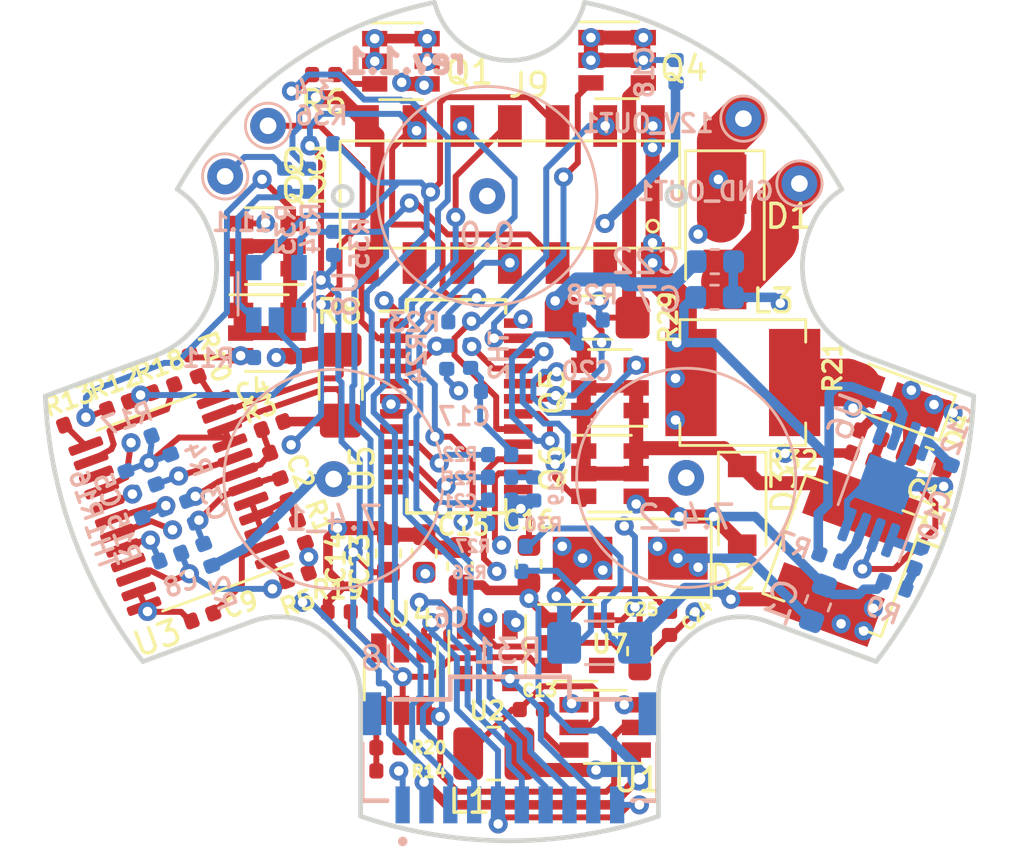
<source format=kicad_pcb>
(kicad_pcb (version 20171130) (host pcbnew "(5.1.6)-1")
  (layers (0 F.Cu signal) (1 In1.Cu power) (2 In2.Cu power hide) (31 B.Cu signal) (34 B.Paste user hide) (35 F.Paste user hide) (36 B.SilkS user) (37 F.SilkS user) (38 B.Mask user hide) (39 F.Mask user hide) (44 Edge.Cuts user))
  (net 0 "")
  (net 1 Earth)
  (net 2 "Net-(C2-Pad2)")
  (net 3 "Net-(C2-Pad1)")
  (net 4 "Net-(C3-Pad1)")
  (net 5 -BATT)
  (net 6 "Net-(C5-Pad1)")
  (net 7 "Net-(C8-Pad2)")
  (net 8 "Net-(C9-Pad1)")
  (net 9 "Net-(C13-Pad1)")
  (net 10 "Net-(C13-Pad2)")
  (net 11 +3V3)
  (net 12 +5V)
  (net 13 "Net-(C17-Pad1)")
  (net 14 "Net-(C19-Pad2)")
  (net 15 "Net-(C20-Pad2)")
  (net 16 +12V)
  (net 17 "Net-(C21-Pad2)")
  (net 18 +BATT)
  (net 19 IMU_INT)
  (net 20 GPS_INT)
  (net 21 SDA)
  (net 22 SCL)
  (net 23 ~TS_EOC~)
  (net 24 "Net-(J9-Pad9)")
  (net 25 "Net-(J9-Pad11)")
  (net 26 "Net-(L2-Pad2)")
  (net 27 "Net-(Q2-Pad1)")
  (net 28 "Net-(Q2-Pad2)")
  (net 29 "Net-(Q2-Pad3)")
  (net 30 "Net-(Q3-Pad2)")
  (net 31 "Net-(Q4-Pad3)")
  (net 32 "Net-(Q4-Pad2)")
  (net 33 "Net-(Q5-Pad2)")
  (net 34 "Net-(Q6-Pad2)")
  (net 35 ~DELAYED_OFF~)
  (net 36 "Net-(R10-Pad2)")
  (net 37 "Net-(R13-Pad2)")
  (net 38 "Net-(R14-Pad2)")
  (net 39 "Net-(R15-Pad2)")
  (net 40 "Net-(R15-Pad1)")
  (net 41 "Net-(R16-Pad2)")
  (net 42 "Net-(R17-Pad2)")
  (net 43 "Net-(R18-Pad2)")
  (net 44 "Net-(R19-Pad2)")
  (net 45 "Net-(R22-Pad1)")
  (net 46 "Net-(R24-Pad2)")
  (net 47 "Net-(R25-Pad2)")
  (net 48 "Net-(R26-Pad2)")
  (net 49 "Net-(R27-Pad2)")
  (net 50 "Net-(U2-Pad3)")
  (net 51 "Net-(U3-Pad15)")
  (net 52 "Net-(U3-Pad21)")
  (net 53 "Net-(U5-Pad3)")
  (net 54 "Net-(U5-Pad12)")
  (net 55 "Net-(U5-Pad16)")
  (net 56 "Net-(U5-Pad5)")
  (net 57 "Net-(U5-Pad13)")
  (net 58 "Net-(Q1-Pad2)")
  (net 59 "Net-(D4-Pad2)")
  (net 60 +15V)
  (net 61 ~SHT_DWN_SIG~)
  (net 62 "Net-(7.4_1-Pad1)")
  (net 63 "Net-(C20-Pad1)")
  (net 64 "Net-(D3-Pad1)")
  (net 65 "Net-(C10-Pad2)")
  (net 66 "Net-(C10-Pad1)")
  (net 67 "Net-(R7-Pad2)")
  (net 68 "Net-(R21-Pad2)")
  (net 69 "Net-(3.4-Pad1)")
  (net 70 "Net-(C12-Pad2)")
  (net 71 /GND_OUT)
  (net 72 /BATT_OUT)
  (net 73 +3.3VP)
  (net 74 ENDCAP_EN)
  (net 75 "Net-(J9-Pad3)")
  (net 76 "Net-(U5-Pad8)")
  (net 77 /Batt_Analog)
  (module Resistor_SMD:R_0402_1005Metric (layer B.Cu) (at 144.5 91.85 180)
    (fp_text reference R36 (at 0 1.17) (layer B.SilkS) (effects (font (size 0.75 0.75)) (justify mirror)))
    (fp_text value 10K)
    (pad 2 smd roundrect (at 0.485 0 180) (size 0.59 0.64) (layers B.Cu B.Paste B.Mask) (net 11 +3V3))
    (pad 1 smd roundrect (at -0.485 0 180) (size 0.59 0.64) (layers B.Cu B.Paste B.Mask) (net 21 SDA))
  )
  (module Resistor_SMD:R_0402_1005Metric (layer B.Cu) (at 145 96.035 270)
    (fp_text reference R35 (at 0 -1.1 90) (layer B.SilkS) (effects (font (size 0.75 0.75)) (justify mirror)))
    (fp_text value 10K)
    (pad 2 smd roundrect (at 0.485 0 270) (size 0.59 0.64) (layers B.Cu B.Paste B.Mask) (net 11 +3V3))
    (pad 1 smd roundrect (at -0.485 0 270) (size 0.59 0.64) (layers B.Cu B.Paste B.Mask) (net 22 SCL))
  )
  (module Custom:Molex_87340-1424_B (layer F.Cu) (at 153.9 88.6098)
    (fp_text reference J9 (at -0.7 0.7902) (layer F.SilkS))
    (fp_text value "Molex 087340-1424")
    (pad 14 smd rect (at -7.5 2.5) (size 1 1.75) (layers F.Cu F.Paste F.Mask) (net 1 Earth))
    (pad 13 smd rect (at -7.5 8.25) (size 1 1.75) (layers F.Cu F.Paste F.Mask) (net 1 Earth))
    (pad 12 smd rect (at -5.5 2.5) (size 1 1.75) (layers F.Cu F.Paste F.Mask) (net 11 +3V3))
    (pad 11 smd rect (at -5.5 8.25) (size 1 1.75) (layers F.Cu F.Paste F.Mask) (net 25 "Net-(J9-Pad11)"))
    (pad 10 smd rect (at -3.5 2.5) (size 1 1.75) (layers F.Cu F.Paste F.Mask) (net 19 IMU_INT))
    (pad 9 smd rect (at -3.5 8.25) (size 1 1.75) (layers F.Cu F.Paste F.Mask) (net 24 "Net-(J9-Pad9)"))
    (pad 8 smd rect (at -1.5 2.5) (size 1 1.75) (layers F.Cu F.Paste F.Mask) (net 20 GPS_INT))
    (pad 7 smd rect (at -1.5 8.25) (size 1 1.75) (layers F.Cu F.Paste F.Mask) (net 73 +3.3VP))
    (pad 6 smd rect (at 0.5 2.5) (size 1 1.75) (layers F.Cu F.Paste F.Mask) (net 21 SDA))
    (pad 5 smd rect (at 0.5 8.25) (size 1 1.75) (layers F.Cu F.Paste F.Mask) (net 22 SCL))
    (pad 4 smd rect (at 2.5 2.5) (size 1 1.75) (layers F.Cu F.Paste F.Mask) (net 23 ~TS_EOC~))
    (pad 3 smd rect (at 2.5 8.25) (size 1 1.75) (layers F.Cu F.Paste F.Mask) (net 75 "Net-(J9-Pad3)"))
    (pad 2 smd rect (at 4.5 2.5) (size 1 1.75) (layers F.Cu F.Paste F.Mask) (net 16 +12V))
    (pad 1 smd rect (at 4.5 8.25) (size 1 1.75) (layers F.Cu F.Paste F.Mask) (net 16 +12V))
  )
  (module Package_TO_SOT_SMD:SOT-23-5 (layer B.Cu) (at 142.6 98.15 90)
    (fp_text reference U8 (at 0 2.9 90) (layer B.SilkS) (effects (justify mirror)))
    (fp_text value MCP3221)
    (pad 5 smd rect (at 1.1 0.95 90) (size 1.06 0.65) (layers B.Cu B.Paste B.Mask) (net 22 SCL))
    (pad 4 smd rect (at 1.1 -0.95 90) (size 1.06 0.65) (layers B.Cu B.Paste B.Mask) (net 21 SDA))
    (pad 3 smd rect (at -1.1 -0.95 90) (size 1.06 0.65) (layers B.Cu B.Paste B.Mask) (net 77 /Batt_Analog))
    (pad 2 smd rect (at -1.1 0 90) (size 1.06 0.65) (layers B.Cu B.Paste B.Mask) (net 1 Earth))
    (pad 1 smd rect (at -1.1 0.95 90) (size 1.06 0.65) (layers B.Cu B.Paste B.Mask) (net 11 +3V3))
  )
  (module Resistor_SMD:R_0402_1005Metric (layer B.Cu) (at 143.95 93.385 270)
    (fp_text reference R34 (at 2.015 -0.1 90) (layer B.SilkS) (effects (font (size 0.75 0.75)) (justify mirror)))
    (fp_text value 300K)
    (pad 2 smd roundrect (at 0.485 0 270) (size 0.59 0.64) (layers B.Cu B.Paste B.Mask) (net 77 /Batt_Analog))
    (pad 1 smd roundrect (at -0.485 0 270) (size 0.59 0.64) (layers B.Cu B.Paste B.Mask) (net 1 Earth))
  )
  (module Resistor_SMD:R_0402_1005Metric (layer B.Cu) (at 142.95 93.385 90)
    (fp_text reference R33 (at -2.065 0.05 90) (layer B.SilkS) (effects (font (size 0.75 0.75)) (justify mirror)))
    (fp_text value 100K)
    (pad 2 smd roundrect (at 0.485 0 90) (size 0.59 0.64) (layers B.Cu B.Paste B.Mask) (net 18 +BATT))
    (pad 1 smd roundrect (at -0.485 0 90) (size 0.59 0.64) (layers B.Cu B.Paste B.Mask) (net 77 /Batt_Analog))
  )
  (module Diode_SMD:D_SMA (layer F.Cu) (at 161.425 95.55 270)
    (fp_text reference D1 (at -0.65 -2.675 180) (layer F.SilkS))
    (fp_text value "30V 5A")
    (pad 2 smd rect (at 2 0 270) (size 2.5 1.8) (layers F.Cu F.Paste F.Mask) (net 71 /GND_OUT))
    (pad 1 smd rect (at -2 0 270) (size 2.5 1.8) (layers F.Cu F.Paste F.Mask) (net 72 /BATT_OUT))
  )
  (module Custom:SOT-23-6_mosfet (layer F.Cu) (at 147.8264 88.392)
    (fp_text reference Q1 (at 2.8736 0.458) (layer F.SilkS))
    (fp_text value FDC645N)
    (pad 1 smd rect (at 1.1 0) (size 1.06 0.65) (layers F.Cu F.Paste F.Mask) (net 71 /GND_OUT))
    (pad 1 smd rect (at 1.1 -0.95) (size 1.06 0.65) (layers F.Cu F.Paste F.Mask) (net 71 /GND_OUT))
    (pad 3 smd rect (at 1.1 0.95) (size 1.06 0.65) (layers F.Cu F.Paste F.Mask) (net 1 Earth))
    (pad 2 smd rect (at -1.1 0.95) (size 1.06 0.65) (layers F.Cu F.Paste F.Mask) (net 58 "Net-(Q1-Pad2)"))
    (pad 1 smd rect (at -1.1 0) (size 1.06 0.65) (layers F.Cu F.Paste F.Mask) (net 71 /GND_OUT))
    (pad 1 smd rect (at -1.1 -0.95) (size 1.06 0.65) (layers F.Cu F.Paste F.Mask) (net 71 /GND_OUT))
  )
  (module TestPoint:TestPoint_THTPad_D1.5mm_Drill0.7mm (layer B.Cu) (at 164.55 93.525)
    (fp_text reference GND_OUT1 (at -3.95 0.325) (layer B.SilkS) (effects (font (size 0.75 0.75)) (justify mirror)))
    (fp_text value GND_OUT)
    (pad 1 thru_hole circle (at 0 0) (size 1.5 1.5) (drill 0.7) (layers *.Cu *.Mask) (net 71 /GND_OUT))
  )
  (module TestPoint:TestPoint_THTPad_D1.5mm_Drill0.7mm (layer B.Cu) (at 162.2 90.8)
    (fp_text reference 12V_OUT1 (at -4 0.2) (layer B.SilkS) (effects (font (size 0.75 0.75)) (justify mirror)))
    (fp_text value 12V_OUT)
    (pad 1 thru_hole circle (at 0 0) (size 1.5 1.5) (drill 0.7) (layers *.Cu *.Mask) (net 72 /BATT_OUT))
  )
  (module Resistor_SMD:R_0402_1005Metric (layer F.Cu) (at 144.585 88.95)
    (fp_text reference R6 (at 0.005 1.175 180) (layer F.SilkS))
    (fp_text value 1K)
    (pad 2 smd roundrect (at 0.485 0) (size 0.59 0.64) (layers F.Cu F.Paste F.Mask) (net 58 "Net-(Q1-Pad2)"))
    (pad 1 smd roundrect (at -0.485 0) (size 0.59 0.64) (layers F.Cu F.Paste F.Mask) (net 35 ~DELAYED_OFF~))
  )
  (module Package_TO_SOT_SMD:SOT-23-5 (layer F.Cu) (at 155.15 112.8)
    (fp_text reference U7 (at 1.45 0.05) (layer F.SilkS) (effects (font (size 0.75 0.75))))
    (fp_text value TPS70933DBV)
    (pad 5 smd rect (at 1.1 -0.95) (size 1.06 0.65) (layers F.Cu F.Paste F.Mask) (net 73 +3.3VP))
    (pad 4 smd rect (at 1.1 0.95) (size 1.06 0.65) (layers F.Cu F.Paste F.Mask))
    (pad 3 smd rect (at -1.1 0.95) (size 1.06 0.65) (layers F.Cu F.Paste F.Mask) (net 74 ENDCAP_EN))
    (pad 2 smd rect (at -1.1 0) (size 1.06 0.65) (layers F.Cu F.Paste F.Mask) (net 1 Earth))
    (pad 1 smd rect (at -1.1 -0.95) (size 1.06 0.65) (layers F.Cu F.Paste F.Mask) (net 12 +5V))
  )
  (module Custom:MPL-SE6040-100 (layer F.Cu) (at 162.175 101.875)
    (fp_text reference L3 (at 1.275 -3.425) (layer F.SilkS))
    (fp_text value 10uH)
    (pad 1 smd rect (at -2.175 0) (size 2.15 4.5) (layers F.Cu F.Paste F.Mask) (net 16 +12V))
    (pad 2 smd rect (at 2.175 0) (size 2.15 4.5) (layers F.Cu F.Paste F.Mask) (net 59 "Net-(D4-Pad2)"))
  )
  (module Custom:MPL-SE6040-100 (layer F.Cu) (at 166.4 109.15 250)
    (fp_text reference L2 (at -2.350439 -3.241594 70) (layer F.SilkS))
    (fp_text value 10uH)
    (pad 1 smd rect (at -2.175 0 250) (size 2.15 4.5) (layers F.Cu F.Paste F.Mask) (net 64 "Net-(D3-Pad1)"))
    (pad 2 smd rect (at 2.175 0 250) (size 2.15 4.5) (layers F.Cu F.Paste F.Mask) (net 26 "Net-(L2-Pad2)"))
  )
  (module Capacitor_SMD:C_0603_1608Metric (layer F.Cu) (at 157.85 113.15 90)
    (fp_text reference C25 (at 1.75 0.05 180) (layer F.SilkS) (effects (font (size 0.5 0.5) (thickness 0.125))))
    (fp_text value 4.7uF)
    (pad 1 smd roundrect (at -0.7875 0 90) (size 0.875 0.95) (layers F.Cu F.Paste F.Mask) (net 1 Earth))
    (pad 2 smd roundrect (at 0.7875 0 90) (size 0.875 0.95) (layers F.Cu F.Paste F.Mask) (net 73 +3.3VP))
  )
  (module Capacitor_SMD:C_0402_1005Metric (layer F.Cu) (at 159.1 111.985 90)
    (fp_text reference C24 (at 0.335 1.15 225) (layer F.SilkS) (effects (font (size 0.5 0.5) (thickness 0.125))))
    (fp_text value 1uF)
    (pad 1 smd roundrect (at -0.485 0 90) (size 0.59 0.64) (layers F.Cu F.Paste F.Mask) (net 1 Earth))
    (pad 2 smd roundrect (at 0.485 0 90) (size 0.59 0.64) (layers F.Cu F.Paste F.Mask) (net 12 +5V))
  )
  (module Diode_SMD:D_SMA (layer F.Cu) (at 157.45 109.25 180)
    (fp_text reference D2 (at -4.3 -0.8) (layer F.SilkS))
    (fp_text value "30V 5A")
    (pad 1 smd rect (at -2 0 180) (size 2.5 1.8) (layers F.Cu F.Paste F.Mask) (net 72 /BATT_OUT))
    (pad 2 smd rect (at 2 0 180) (size 2.5 1.8) (layers F.Cu F.Paste F.Mask) (net 18 +BATT))
  )
  (module Custom:SOT-23-6_mosfet (layer F.Cu) (at 156.6 102.1 180)
    (fp_text reference Q5 (at 2.4 -0.15 270) (layer F.SilkS))
    (fp_text value Si3483CDV)
    (pad 1 smd rect (at -1.1 -0.95 180) (size 1.06 0.65) (layers F.Cu F.Paste F.Mask) (net 64 "Net-(D3-Pad1)"))
    (pad 1 smd rect (at -1.1 0 180) (size 1.06 0.65) (layers F.Cu F.Paste F.Mask) (net 64 "Net-(D3-Pad1)"))
    (pad 2 smd rect (at -1.1 0.95 180) (size 1.06 0.65) (layers F.Cu F.Paste F.Mask) (net 33 "Net-(Q5-Pad2)"))
    (pad 3 smd rect (at 1.1 0.95 180) (size 1.06 0.65) (layers F.Cu F.Paste F.Mask) (net 63 "Net-(C20-Pad1)"))
    (pad 1 smd rect (at 1.1 -0.95 180) (size 1.06 0.65) (layers F.Cu F.Paste F.Mask) (net 64 "Net-(D3-Pad1)"))
    (pad 1 smd rect (at 1.1 0 180) (size 1.06 0.65) (layers F.Cu F.Paste F.Mask) (net 64 "Net-(D3-Pad1)"))
  )
  (module Package_SO:MSOP-8-1EP_3x3mm_P0.65mm_EP1.95x2.15mm (layer B.Cu) (at 168.199895 106.142334 70)
    (fp_text reference U6 (at 2.089522 -2.569514 250) (layer B.SilkS) (effects (justify mirror)))
    (fp_text value MP3213)
    (pad 9 smd rect (at 0 0 70) (size 1.95 2.15) (layers B.Cu B.Mask) (net 1 Earth))
    (pad 8 smd roundrect (at 2.15 0.975 70) (size 1.45 0.4) (layers B.Cu B.Paste B.Mask) (net 70 "Net-(C12-Pad2)"))
    (pad 7 smd roundrect (at 2.15 0.325 70) (size 1.45 0.4) (layers B.Cu B.Paste B.Mask) (net 1 Earth))
    (pad 6 smd roundrect (at 2.15 -0.325 70) (size 1.45 0.4) (layers B.Cu B.Paste B.Mask) (net 16 +12V))
    (pad 5 smd roundrect (at 2.15 -0.975 70) (size 1.45 0.4) (layers B.Cu B.Paste B.Mask) (net 59 "Net-(D4-Pad2)"))
    (pad 4 smd roundrect (at -2.15 -0.975 70) (size 1.45 0.4) (layers B.Cu B.Paste B.Mask) (net 1 Earth))
    (pad 3 smd roundrect (at -2.15 -0.325 70) (size 1.45 0.4) (layers B.Cu B.Paste B.Mask) (net 67 "Net-(R7-Pad2)"))
    (pad 2 smd roundrect (at -2.15 0.325 70) (size 1.45 0.4) (layers B.Cu B.Paste B.Mask) (net 68 "Net-(R21-Pad2)"))
    (pad 1 smd roundrect (at -2.15 0.975 70) (size 1.45 0.4) (layers B.Cu B.Paste B.Mask) (net 66 "Net-(C10-Pad1)"))
  )
  (module Custom:TruHole_Batter_Contact_Pad_with_9mm_clear (layer B.Cu) (at 151.45 94.05)
    (fp_text reference 0.0 (at 0 1.648) (layer B.SilkS) (effects (justify mirror)))
    (fp_text value 0.0)
    (pad 1 thru_hole circle (at 0 0) (size 1.5 1.5) (drill 0.7) (layers *.Cu *.Mask) (net 5 -BATT))
  )
  (module Capacitor_SMD:C_0402_1005Metric (layer F.Cu) (at 153.3 115.6)
    (fp_text reference C13 (at 0.35 -0.8) (layer F.SilkS) (effects (font (size 0.5 0.5) (thickness 0.125))))
    (fp_text value 0.1uF)
    (pad 2 smd roundrect (at 0.485 0) (size 0.59 0.64) (layers F.Cu F.Paste F.Mask) (net 10 "Net-(C13-Pad2)"))
    (pad 1 smd roundrect (at -0.485 0) (size 0.59 0.64) (layers F.Cu F.Paste F.Mask) (net 9 "Net-(C13-Pad1)"))
  )
  (module Capacitor_SMD:C_0603_1608Metric (layer B.Cu) (at 161 96.8 180)
    (fp_text reference C22 (at 2.9 0) (layer B.SilkS) (effects (justify mirror)))
    (fp_text value 22uF)
    (pad 2 smd roundrect (at 0.7875 0 180) (size 0.875 0.95) (layers B.Cu B.Paste B.Mask) (net 63 "Net-(C20-Pad1)"))
    (pad 1 smd roundrect (at -0.7875 0 180) (size 0.875 0.95) (layers B.Cu B.Paste B.Mask) (net 1 Earth))
  )
  (module Capacitor_SMD:C_0402_1005Metric (layer B.Cu) (at 170.763924 105.793231 70)
    (fp_text reference C12 (at 1.975187 -0.254847 250) (layer B.SilkS) (effects (font (size 0.75 0.75)) (justify mirror)))
    (fp_text value 1uF)
    (pad 1 smd roundrect (at -0.485 0 70) (size 0.59 0.64) (layers B.Cu B.Paste B.Mask) (net 1 Earth))
    (pad 2 smd roundrect (at 0.485 0 70) (size 0.59 0.64) (layers B.Cu B.Paste B.Mask) (net 70 "Net-(C12-Pad2)"))
  )
  (module Custom:TruHole_Batter_Contact_Pad_with_9mm_clear (layer B.Cu) (at 159.8 105.875)
    (fp_text reference 7.4_2 (at 0 1.648) (layer B.SilkS) (effects (justify mirror)))
    (fp_text value 7.4)
    (pad 1 thru_hole circle (at 0 0) (size 1.5 1.5) (drill 0.7) (layers *.Cu *.Mask) (net 62 "Net-(7.4_1-Pad1)"))
  )
  (module Custom:TruHole_Batter_Contact_Pad_with_9mm_clear (layer B.Cu) (at 145 105.925)
    (fp_text reference 7.4_1 (at 0 1.648) (layer B.SilkS) (effects (justify mirror)))
    (fp_text value 7.4)
    (pad 1 thru_hole circle (at 0 0) (size 1.5 1.5) (drill 0.7) (layers *.Cu *.Mask) (net 62 "Net-(7.4_1-Pad1)"))
  )
  (module TestPoint:TestPoint_THTPad_D1.5mm_Drill0.7mm (layer B.Cu) (at 140.45 93.225)
    (fp_text reference 11.1 (at 0.7 1.925 180) (layer B.SilkS) (effects (font (size 0.75 0.75)) (justify mirror)))
    (fp_text value 11.1)
    (pad 1 thru_hole circle (at 0 0) (size 1.5 1.5) (drill 0.7) (layers *.Cu *.Mask) (net 18 +BATT))
  )
  (module TestPoint:TestPoint_THTPad_D1.5mm_Drill0.7mm (layer B.Cu) (at 142.25 91.1)
    (fp_text reference 3.4 (at 1.9 -1.5) (layer B.SilkS) (effects (font (size 0.75 0.75)) (justify mirror)))
    (fp_text value 3.4)
    (pad 1 thru_hole circle (at 0 0) (size 1.5 1.5) (drill 0.7) (layers *.Cu *.Mask) (net 69 "Net-(3.4-Pad1)"))
  )
  (module Resistor_SMD:R_0402_1005Metric (layer F.Cu) (at 167.2 105 160)
    (fp_text reference R32 (at 2.72079 -1.149913 180) (layer F.SilkS) (effects (font (size 0.75 0.75))))
    (fp_text value 10K)
    (pad 2 smd roundrect (at 0.485 0 160) (size 0.59 0.64) (layers F.Cu F.Paste F.Mask) (net 1 Earth))
    (pad 1 smd roundrect (at -0.485 0 160) (size 0.59 0.64) (layers F.Cu F.Paste F.Mask) (net 68 "Net-(R21-Pad2)"))
  )
  (module Resistor_SMD:R_0402_1005Metric (layer F.Cu) (at 167.544249 104.06588 340)
    (fp_text reference R21 (at -2.478293 -2.147781 270) (layer F.SilkS) (effects (font (size 0.75 0.75))))
    (fp_text value 110K)
    (pad 2 smd roundrect (at 0.485 0 340) (size 0.59 0.64) (layers F.Cu F.Paste F.Mask) (net 68 "Net-(R21-Pad2)"))
    (pad 1 smd roundrect (at -0.485 0 340) (size 0.59 0.64) (layers F.Cu F.Paste F.Mask) (net 60 +15V))
  )
  (module Resistor_SMD:R_0402_1005Metric (layer B.Cu) (at 168.544249 110.38412 160)
    (fp_text reference R9 (at 0.09989 -1.170643 160) (layer B.SilkS) (effects (font (size 0.75 0.75)) (justify mirror)))
    (fp_text value 15K)
    (pad 2 smd roundrect (at 0.485 0 160) (size 0.59 0.64) (layers B.Cu B.Paste B.Mask) (net 1 Earth))
    (pad 1 smd roundrect (at -0.485 0 160) (size 0.59 0.64) (layers B.Cu B.Paste B.Mask) (net 65 "Net-(C10-Pad2)"))
  )
  (module Resistor_SMD:R_0402_1005Metric (layer B.Cu) (at 165.844249 109.23412 340)
    (fp_text reference R7 (at -1.633799 0.026256 160) (layer B.SilkS) (effects (font (size 0.75 0.75)) (justify mirror)))
    (fp_text value 100K)
    (pad 2 smd roundrect (at 0.485 0 340) (size 0.59 0.64) (layers B.Cu B.Paste B.Mask) (net 67 "Net-(R7-Pad2)"))
    (pad 1 smd roundrect (at -0.485 0 340) (size 0.59 0.64) (layers B.Cu B.Paste B.Mask) (net 16 +12V))
  )
  (module Custom:D_SOD-123EP (layer F.Cu) (at 168.654277 102.592182 160)
    (fp_text reference D4 (at -2.839497 -0.358258 250) (layer F.SilkS) (effects (font (size 0.75 0.75))))
    (fp_text value "60V 3A")
    (pad 1 smd rect (at -0.9 0 160) (size 2.3 1.4) (layers F.Cu F.Paste F.Mask) (net 60 +15V))
    (pad 2 smd rect (at 1.4 0 160) (size 1.25 1.4) (layers F.Cu F.Paste F.Mask) (net 59 "Net-(D4-Pad2)"))
  )
  (module Capacitor_SMD:C_0603_1608Metric (layer F.Cu) (at 169.840008 105.119341 340)
    (fp_text reference C11 (at 0.750728 1.302442 160) (layer F.SilkS) (effects (font (size 0.75 0.75))))
    (fp_text value 10uF)
    (pad 2 smd roundrect (at 0.7875 0 340) (size 0.875 0.95) (layers F.Cu F.Paste F.Mask) (net 1 Earth))
    (pad 1 smd roundrect (at -0.7875 0 340) (size 0.875 0.95) (layers F.Cu F.Paste F.Mask) (net 60 +15V))
  )
  (module Capacitor_SMD:C_0402_1005Metric (layer B.Cu) (at 169.53412 109.205751 250)
    (fp_text reference C10 (at -1.883876 -0.05925 250) (layer B.SilkS) (effects (font (size 0.75 0.75)) (justify mirror)))
    (fp_text value 1nF)
    (pad 2 smd roundrect (at 0.485 0 250) (size 0.59 0.64) (layers B.Cu B.Paste B.Mask) (net 65 "Net-(C10-Pad2)"))
    (pad 1 smd roundrect (at -0.485 0 250) (size 0.59 0.64) (layers B.Cu B.Paste B.Mask) (net 66 "Net-(C10-Pad1)"))
  )
  (module Capacitor_SMD:C_0603_1608Metric (layer B.Cu) (at 160.9875 98.3)
    (fp_text reference C7 (at -2.3375 0.1 180) (layer B.SilkS) (effects (justify mirror)))
    (fp_text value 10uF)
    (pad 2 smd roundrect (at 0.7875 0) (size 0.875 0.95) (layers B.Cu B.Paste B.Mask) (net 1 Earth))
    (pad 1 smd roundrect (at -0.7875 0) (size 0.875 0.95) (layers B.Cu B.Paste B.Mask) (net 16 +12V))
  )
  (module Capacitor_SMD:C_0603_1608Metric (layer F.Cu) (at 148.8 109.05 270)
    (fp_text reference C23 (at 0.25 2.7 270) (layer F.SilkS) (effects (font (size 0.75 0.75))))
    (fp_text value 22uF)
    (pad 2 smd roundrect (at 0.7875 0 270) (size 0.875 0.95) (layers F.Cu F.Paste F.Mask) (net 18 +BATT))
    (pad 1 smd roundrect (at -0.7875 0 270) (size 0.875 0.95) (layers F.Cu F.Paste F.Mask) (net 1 Earth))
  )
  (module Capacitor_SMD:C_0603_1608Metric (layer F.Cu) (at 153.2 109.5 270)
    (fp_text reference C16 (at -1.85 0 180) (layer F.SilkS) (effects (font (size 0.75 0.75))))
    (fp_text value 10uF)
    (pad 2 smd roundrect (at 0.7875 0 270) (size 0.875 0.95) (layers F.Cu F.Paste F.Mask) (net 12 +5V))
    (pad 1 smd roundrect (at -0.7875 0 270) (size 0.875 0.95) (layers F.Cu F.Paste F.Mask) (net 1 Earth))
  )
  (module Capacitor_SMD:C_0603_1608Metric (layer F.Cu) (at 150.3 109.5875 270)
    (fp_text reference C15 (at -1.6875 -0.15) (layer F.SilkS) (effects (font (size 0.75 0.75))))
    (fp_text value 10uF)
    (pad 2 smd roundrect (at 0.7875 0 270) (size 0.875 0.95) (layers F.Cu F.Paste F.Mask) (net 12 +5V))
    (pad 1 smd roundrect (at -0.7875 0 270) (size 0.875 0.95) (layers F.Cu F.Paste F.Mask) (net 1 Earth))
  )
  (module Capacitor_SMD:C_0603_1608Metric (layer F.Cu) (at 147.3 109.05 270)
    (fp_text reference C14 (at 0.2 2.2 90) (layer F.SilkS) (effects (font (size 0.75 0.75))))
    (fp_text value 4.7uF)
    (pad 2 smd roundrect (at 0.7875 0 270) (size 0.875 0.95) (layers F.Cu F.Paste F.Mask) (net 11 +3V3))
    (pad 1 smd roundrect (at -0.7875 0 270) (size 0.875 0.95) (layers F.Cu F.Paste F.Mask) (net 1 Earth))
  )
  (module Capacitor_SMD:C_0603_1608Metric (layer B.Cu) (at 165.330659 111.140008 250)
    (fp_text reference C1 (at 0.485921 1.452033 70) (layer B.SilkS) (effects (justify mirror)))
    (fp_text value 10uF)
    (pad 2 smd roundrect (at 0.7875 0 250) (size 0.875 0.95) (layers B.Cu B.Paste B.Mask) (net 72 /BATT_OUT))
    (pad 1 smd roundrect (at -0.7875 0 250) (size 0.875 0.95) (layers B.Cu B.Paste B.Mask) (net 1 Earth))
  )
  (module Package_SO:SSOP-24_3.9x8.7mm_P0.635mm (layer F.Cu) (at 150.15 102.875)
    (fp_text reference U5 (at -3.95 2.625 90) (layer F.SilkS))
    (fp_text value LTC4007)
    (pad 1 smd rect (at -2.6 -3.4925) (size 1.2 0.4) (layers F.Cu F.Paste F.Mask) (net 60 +15V))
    (pad 2 smd rect (at -2.6 -2.8575) (size 1.2 0.4) (layers F.Cu F.Paste F.Mask) (net 1 Earth))
    (pad 3 smd rect (at -2.6 -2.2225) (size 1.2 0.4) (layers F.Cu F.Paste F.Mask) (net 53 "Net-(U5-Pad3)"))
    (pad 4 smd rect (at -2.6 -1.5875) (size 1.2 0.4) (layers F.Cu F.Paste F.Mask) (net 46 "Net-(R24-Pad2)"))
    (pad 5 smd rect (at -2.6 -0.9525) (size 1.2 0.4) (layers F.Cu F.Paste F.Mask) (net 56 "Net-(U5-Pad5)"))
    (pad 6 smd rect (at -2.6 -0.3175) (size 1.2 0.4) (layers F.Cu F.Paste F.Mask) (net 1 Earth))
    (pad 7 smd rect (at -2.6 0.3175) (size 1.2 0.4) (layers F.Cu F.Paste F.Mask) (net 1 Earth))
    (pad 8 smd rect (at -2.6 0.9525) (size 1.2 0.4) (layers F.Cu F.Paste F.Mask) (net 76 "Net-(U5-Pad8)"))
    (pad 9 smd rect (at -2.6 1.5875) (size 1.2 0.4) (layers F.Cu F.Paste F.Mask) (net 45 "Net-(R22-Pad1)"))
    (pad 10 smd rect (at -2.6 2.2225) (size 1.2 0.4) (layers F.Cu F.Paste F.Mask) (net 47 "Net-(R25-Pad2)"))
    (pad 11 smd rect (at -2.6 2.8575) (size 1.2 0.4) (layers F.Cu F.Paste F.Mask) (net 17 "Net-(C21-Pad2)"))
    (pad 12 smd rect (at -2.6 3.4925) (size 1.2 0.4) (layers F.Cu F.Paste F.Mask) (net 54 "Net-(U5-Pad12)"))
    (pad 13 smd rect (at 2.6 3.4925) (size 1.2 0.4) (layers F.Cu F.Paste F.Mask) (net 57 "Net-(U5-Pad13)"))
    (pad 14 smd rect (at 2.6 2.8575) (size 1.2 0.4) (layers F.Cu F.Paste F.Mask) (net 49 "Net-(R27-Pad2)"))
    (pad 15 smd rect (at 2.6 2.2225) (size 1.2 0.4) (layers F.Cu F.Paste F.Mask) (net 48 "Net-(R26-Pad2)"))
    (pad 16 smd rect (at 2.6 1.5875) (size 1.2 0.4) (layers F.Cu F.Paste F.Mask) (net 55 "Net-(U5-Pad16)"))
    (pad 17 smd rect (at 2.6 0.9525) (size 1.2 0.4) (layers F.Cu F.Paste F.Mask) (net 23 ~TS_EOC~))
    (pad 18 smd rect (at 2.6 0.3175) (size 1.2 0.4) (layers F.Cu F.Paste F.Mask) (net 15 "Net-(C20-Pad2)"))
    (pad 19 smd rect (at 2.6 -0.3175) (size 1.2 0.4) (layers F.Cu F.Paste F.Mask) (net 63 "Net-(C20-Pad1)"))
    (pad 20 smd rect (at 2.6 -0.9525) (size 1.2 0.4) (layers F.Cu F.Paste F.Mask) (net 33 "Net-(Q5-Pad2)"))
    (pad 21 smd rect (at 2.6 -1.5875) (size 1.2 0.4) (layers F.Cu F.Paste F.Mask) (net 1 Earth))
    (pad 22 smd rect (at 2.6 -2.2225) (size 1.2 0.4) (layers F.Cu F.Paste F.Mask) (net 34 "Net-(Q6-Pad2)"))
    (pad 23 smd rect (at 2.6 -2.8575) (size 1.2 0.4) (layers F.Cu F.Paste F.Mask) (net 32 "Net-(Q4-Pad2)"))
    (pad 24 smd rect (at 2.6 -3.4925) (size 1.2 0.4) (layers F.Cu F.Paste F.Mask) (net 1 Earth))
  )
  (module Package_TO_SOT_SMD:SOT-23-5 (layer F.Cu) (at 151.45 113.2 270)
    (fp_text reference U2 (at 2.45 0 180) (layer F.SilkS) (effects (font (size 0.75 0.75))))
    (fp_text value TPS70933DBV)
    (pad 5 smd rect (at 1.1 -0.95 270) (size 1.06 0.65) (layers F.Cu F.Paste F.Mask) (net 11 +3V3))
    (pad 4 smd rect (at 1.1 0.95 270) (size 1.06 0.65) (layers F.Cu F.Paste F.Mask))
    (pad 3 smd rect (at -1.1 0.95 270) (size 1.06 0.65) (layers F.Cu F.Paste F.Mask) (net 50 "Net-(U2-Pad3)"))
    (pad 2 smd rect (at -1.1 0 270) (size 1.06 0.65) (layers F.Cu F.Paste F.Mask) (net 1 Earth))
    (pad 1 smd rect (at -1.1 -0.95 270) (size 1.06 0.65) (layers F.Cu F.Paste F.Mask) (net 72 /BATT_OUT))
  )
  (module Capacitor_SMD:C_0402_1005Metric (layer F.Cu) (at 142.44 103.68 200)
    (fp_text reference C4 (at 0.283152 1.678042 20) (layer F.SilkS) (effects (font (size 0.75 0.75))))
    (fp_text value 0.1uF)
    (pad 1 smd roundrect (at -0.485 0 200) (size 0.59 0.64) (layers F.Cu F.Paste F.Mask) (net 5 -BATT))
    (pad 2 smd roundrect (at 0.485 0 200) (size 0.59 0.64) (layers F.Cu F.Paste F.Mask) (net 4 "Net-(C3-Pad1)"))
  )
  (module Capacitor_SMD:C_0402_1005Metric (layer B.Cu) (at 139.03412 107.294249 290)
    (fp_text reference C3 (at -0.010239 -0.978386 110) (layer B.SilkS) (effects (font (size 0.75 0.75)) (justify mirror)))
    (fp_text value 0.1uF)
    (pad 1 smd roundrect (at -0.485 0 290) (size 0.59 0.64) (layers B.Cu B.Paste B.Mask) (net 4 "Net-(C3-Pad1)"))
    (pad 2 smd roundrect (at 0.485 0 290) (size 0.59 0.64) (layers B.Cu B.Paste B.Mask) (net 3 "Net-(C2-Pad1)"))
  )
  (module Inductor_SMD:L_1008_2520Metric (layer F.Cu) (at 151.725 117.45)
    (fp_text reference L1 (at -1.025 2) (layer F.SilkS))
    (fp_text value 4.7uH)
    (pad 2 smd roundrect (at 1.075 0) (size 1.25 2.2) (layers F.Cu F.Paste F.Mask) (roundrect_rratio 0.2) (net 12 +5V))
    (pad 1 smd roundrect (at -1.075 0) (size 1.25 2.2) (layers F.Cu F.Paste F.Mask) (roundrect_rratio 0.2) (net 9 "Net-(C13-Pad1)"))
  )
  (module Package_SO:TSSOP-24_4.4x7.8mm_P0.65mm (layer F.Cu) (at 138.514461 106.922366 200)
    (fp_text reference U3 (at 2.801177 -5.022467 20) (layer F.SilkS))
    (fp_text value BQ77915)
    (pad 1 smd roundrect (at -2.8625 -3.575 200) (size 1.475 0.4) (layers F.Cu F.Paste F.Mask) (net 7 "Net-(C8-Pad2)"))
    (pad 2 smd roundrect (at -2.8625 -2.925 200) (size 1.475 0.4) (layers F.Cu F.Paste F.Mask) (net 8 "Net-(C9-Pad1)"))
    (pad 3 smd roundrect (at -2.8625 -2.275 200) (size 1.475 0.4) (layers F.Cu F.Paste F.Mask) (net 2 "Net-(C2-Pad2)"))
    (pad 4 smd roundrect (at -2.8625 -1.625 200) (size 1.475 0.4) (layers F.Cu F.Paste F.Mask) (net 2 "Net-(C2-Pad2)"))
    (pad 5 smd roundrect (at -2.8625 -0.975 200) (size 1.475 0.4) (layers F.Cu F.Paste F.Mask) (net 2 "Net-(C2-Pad2)"))
    (pad 6 smd roundrect (at -2.8625 -0.325 200) (size 1.475 0.4) (layers F.Cu F.Paste F.Mask) (net 3 "Net-(C2-Pad1)"))
    (pad 7 smd roundrect (at -2.8625 0.325 200) (size 1.475 0.4) (layers F.Cu F.Paste F.Mask) (net 4 "Net-(C3-Pad1)"))
    (pad 8 smd roundrect (at -2.8625 0.975 200) (size 1.475 0.4) (layers F.Cu F.Paste F.Mask) (net 6 "Net-(C5-Pad1)"))
    (pad 9 smd roundrect (at -2.8625 1.625 200) (size 1.475 0.4) (layers F.Cu F.Paste F.Mask) (net 5 -BATT))
    (pad 10 smd roundrect (at -2.8625 2.275 200) (size 1.475 0.4) (layers F.Cu F.Paste F.Mask) (net 5 -BATT))
    (pad 11 smd roundrect (at -2.8625 2.925 200) (size 1.475 0.4) (layers F.Cu F.Paste F.Mask) (net 29 "Net-(Q2-Pad3)"))
    (pad 12 smd roundrect (at -2.8625 3.575 200) (size 1.475 0.4) (layers F.Cu F.Paste F.Mask) (net 36 "Net-(R10-Pad2)"))
    (pad 13 smd roundrect (at 2.8625 3.575 200) (size 1.475 0.4) (layers F.Cu F.Paste F.Mask) (net 37 "Net-(R13-Pad2)"))
    (pad 14 smd roundrect (at 2.8625 2.925 200) (size 1.475 0.4) (layers F.Cu F.Paste F.Mask) (net 43 "Net-(R18-Pad2)"))
    (pad 15 smd roundrect (at 2.8625 2.275 200) (size 1.475 0.4) (layers F.Cu F.Paste F.Mask) (net 51 "Net-(U3-Pad15)"))
    (pad 16 smd roundrect (at 2.8625 1.625 200) (size 1.475 0.4) (layers F.Cu F.Paste F.Mask) (net 42 "Net-(R17-Pad2)"))
    (pad 17 smd roundrect (at 2.8625 0.975 200) (size 1.475 0.4) (layers F.Cu F.Paste F.Mask) (net 41 "Net-(R16-Pad2)"))
    (pad 18 smd roundrect (at 2.8625 0.325 200) (size 1.475 0.4) (layers F.Cu F.Paste F.Mask) (net 40 "Net-(R15-Pad1)"))
    (pad 19 smd roundrect (at 2.8625 -0.325 200) (size 1.475 0.4) (layers F.Cu F.Paste F.Mask) (net 39 "Net-(R15-Pad2)"))
    (pad 20 smd roundrect (at 2.8625 -0.975 200) (size 1.475 0.4) (layers F.Cu F.Paste F.Mask) (net 5 -BATT))
    (pad 21 smd roundrect (at 2.8625 -1.625 200) (size 1.475 0.4) (layers F.Cu F.Paste F.Mask) (net 52 "Net-(U3-Pad21)"))
    (pad 22 smd roundrect (at 2.8625 -2.275 200) (size 1.475 0.4) (layers F.Cu F.Paste F.Mask) (net 7 "Net-(C8-Pad2)"))
    (pad 23 smd roundrect (at 2.8625 -2.925 200) (size 1.475 0.4) (layers F.Cu F.Paste F.Mask) (net 5 -BATT))
    (pad 24 smd roundrect (at 2.8625 -3.575 200) (size 1.475 0.4) (layers F.Cu F.Paste F.Mask) (net 5 -BATT))
  )
  (module Diode_SMD:D_SOD-123 (layer F.Cu) (at 162.15 107.05 270)
    (fp_text reference D3 (at -0.65 -1.75 270) (layer F.SilkS))
    (fp_text value CRS08)
    (pad 2 smd rect (at 1.65 0 270) (size 0.9 1.2) (layers F.Cu F.Paste F.Mask) (net 1 Earth))
    (pad 1 smd rect (at -1.65 0 270) (size 0.9 1.2) (layers F.Cu F.Paste F.Mask) (net 64 "Net-(D3-Pad1)"))
  )
  (module Custom:SOT-23-6_mosfet (layer F.Cu) (at 156.6 105.7)
    (fp_text reference Q6 (at -2.4 -0.225 90) (layer F.SilkS))
    (fp_text value FDC645N)
    (pad 1 smd rect (at -1.1 -0.95) (size 1.06 0.65) (layers F.Cu F.Paste F.Mask) (net 64 "Net-(D3-Pad1)"))
    (pad 1 smd rect (at -1.1 0) (size 1.06 0.65) (layers F.Cu F.Paste F.Mask) (net 64 "Net-(D3-Pad1)"))
    (pad 2 smd rect (at -1.1 0.95) (size 1.06 0.65) (layers F.Cu F.Paste F.Mask) (net 34 "Net-(Q6-Pad2)"))
    (pad 3 smd rect (at 1.1 0.95) (size 1.06 0.65) (layers F.Cu F.Paste F.Mask) (net 1 Earth))
    (pad 1 smd rect (at 1.1 -0.95) (size 1.06 0.65) (layers F.Cu F.Paste F.Mask) (net 64 "Net-(D3-Pad1)"))
    (pad 1 smd rect (at 1.1 0) (size 1.06 0.65) (layers F.Cu F.Paste F.Mask) (net 64 "Net-(D3-Pad1)"))
  )
  (module Custom:SOT-23-6_mosfet (layer F.Cu) (at 156.9 88.35)
    (fp_text reference Q4 (at 2.8 0.35) (layer F.SilkS))
    (fp_text value Si3483CDV)
    (pad 1 smd rect (at -1.1 -0.95) (size 1.06 0.65) (layers F.Cu F.Paste F.Mask) (net 60 +15V))
    (pad 1 smd rect (at -1.1 0) (size 1.06 0.65) (layers F.Cu F.Paste F.Mask) (net 60 +15V))
    (pad 2 smd rect (at -1.1 0.95) (size 1.06 0.65) (layers F.Cu F.Paste F.Mask) (net 32 "Net-(Q4-Pad2)"))
    (pad 3 smd rect (at 1.1 0.95) (size 1.06 0.65) (layers F.Cu F.Paste F.Mask) (net 31 "Net-(Q4-Pad3)"))
    (pad 1 smd rect (at 1.1 -0.95) (size 1.06 0.65) (layers F.Cu F.Paste F.Mask) (net 60 +15V))
    (pad 1 smd rect (at 1.1 0) (size 1.06 0.65) (layers F.Cu F.Paste F.Mask) (net 60 +15V))
  )
  (module Custom:SOT-23-6_mosfet (layer F.Cu) (at 142.2 96.15 180)
    (fp_text reference Q3 (at -1.6 3.55) (layer F.SilkS))
    (fp_text value FDC645N)
    (pad 1 smd rect (at 1.1 0 180) (size 1.06 0.65) (layers F.Cu F.Paste F.Mask) (net 27 "Net-(Q2-Pad1)"))
    (pad 1 smd rect (at 1.1 -0.95 180) (size 1.06 0.65) (layers F.Cu F.Paste F.Mask) (net 27 "Net-(Q2-Pad1)"))
    (pad 3 smd rect (at 1.1 0.95 180) (size 1.06 0.65) (layers F.Cu F.Paste F.Mask) (net 1 Earth))
    (pad 2 smd rect (at -1.1 0.95 180) (size 1.06 0.65) (layers F.Cu F.Paste F.Mask) (net 30 "Net-(Q3-Pad2)"))
    (pad 1 smd rect (at -1.1 0 180) (size 1.06 0.65) (layers F.Cu F.Paste F.Mask) (net 27 "Net-(Q2-Pad1)"))
    (pad 1 smd rect (at -1.1 -0.95 180) (size 1.06 0.65) (layers F.Cu F.Paste F.Mask) (net 27 "Net-(Q2-Pad1)"))
  )
  (module Custom:SOT-23-6_mosfet (layer F.Cu) (at 142.2 99.8)
    (fp_text reference Q2 (at 1.6 -6) (layer F.SilkS))
    (fp_text value FDC645N)
    (pad 1 smd rect (at -1.1 -0.95) (size 1.06 0.65) (layers F.Cu F.Paste F.Mask) (net 27 "Net-(Q2-Pad1)"))
    (pad 1 smd rect (at -1.1 0) (size 1.06 0.65) (layers F.Cu F.Paste F.Mask) (net 27 "Net-(Q2-Pad1)"))
    (pad 2 smd rect (at -1.1 0.95) (size 1.06 0.65) (layers F.Cu F.Paste F.Mask) (net 28 "Net-(Q2-Pad2)"))
    (pad 3 smd rect (at 1.1 0.95) (size 1.06 0.65) (layers F.Cu F.Paste F.Mask) (net 29 "Net-(Q2-Pad3)"))
    (pad 1 smd rect (at 1.1 -0.95) (size 1.06 0.65) (layers F.Cu F.Paste F.Mask) (net 27 "Net-(Q2-Pad1)"))
    (pad 1 smd rect (at 1.1 0) (size 1.06 0.65) (layers F.Cu F.Paste F.Mask) (net 27 "Net-(Q2-Pad1)"))
  )
  (module Resistor_SMD:R_1206_3216Metric_Pad1.42x1.75mm_HandSolder (layer F.Cu) (at 156.0625 99.15)
    (fp_text reference R29 (at 2.9875 0 90) (layer F.SilkS) (effects (font (size 0.75 0.75))))
    (fp_text value 0.25)
    (pad 1 smd roundrect (at -1.4875 0) (size 1.425 1.75) (layers F.Cu F.Paste F.Mask) (roundrect_rratio 0.175439) (net 63 "Net-(C20-Pad1)"))
    (pad 2 smd roundrect (at 1.4875 0) (size 1.425 1.75) (layers F.Cu F.Paste F.Mask) (roundrect_rratio 0.175439) (net 31 "Net-(Q4-Pad3)"))
  )
  (module Resistor_SMD:R_1206_3216Metric_Pad1.42x1.75mm_HandSolder (layer B.Cu) (at 156.1625 112.8)
    (fp_text reference R31 (at -3.8625 0.35 -180) (layer B.SilkS) (effects (justify mirror)))
    (fp_text value 0.05)
    (pad 1 smd roundrect (at -1.4875 0) (size 1.425 1.75) (layers B.Cu B.Paste B.Mask) (roundrect_rratio 0.175439) (net 18 +BATT))
    (pad 2 smd roundrect (at 1.4875 0) (size 1.425 1.75) (layers B.Cu B.Paste B.Mask) (roundrect_rratio 0.175439) (net 26 "Net-(L2-Pad2)"))
  )
  (module Resistor_SMD:R_1206_3216Metric_Pad1.42x1.75mm_HandSolder (layer F.Cu) (at 145.3 101.9875 270)
    (fp_text reference R8 (at -3.0875 0.05 180) (layer F.SilkS))
    (fp_text value 0.02)
    (pad 2 smd roundrect (at 1.4875 0 270) (size 1.425 1.75) (layers F.Cu F.Paste F.Mask) (roundrect_rratio 0.175439) (net 5 -BATT))
    (pad 1 smd roundrect (at -1.4875 0 270) (size 1.425 1.75) (layers F.Cu F.Paste F.Mask) (roundrect_rratio 0.175439) (net 29 "Net-(Q2-Pad3)"))
  )
  (module Capacitor_SMD:C_0402_1005Metric (layer B.Cu) (at 159.375 88.825 90)
    (fp_text reference C18 (at -0.025 -1.325 270) (layer B.SilkS) (effects (font (size 0.75 0.75)) (justify mirror)))
    (fp_text value 0.1uF)
    (pad 2 smd roundrect (at 0.485 0 90) (size 0.59 0.64) (layers B.Cu B.Paste B.Mask) (net 60 +15V))
    (pad 1 smd roundrect (at -0.485 0 90) (size 0.59 0.64) (layers B.Cu B.Paste B.Mask) (net 1 Earth))
  )
  (module Capacitor_SMD:C_0402_1005Metric (layer B.Cu) (at 150.7 102.25 180)
    (fp_text reference C17 (at 0.215 -1.05) (layer B.SilkS) (effects (font (size 0.75 0.75)) (justify mirror)))
    (fp_text value 0.47uF)
    (pad 1 smd roundrect (at -0.485 0 180) (size 0.59 0.64) (layers B.Cu B.Paste B.Mask) (net 13 "Net-(C17-Pad1)"))
    (pad 2 smd roundrect (at 0.485 0 180) (size 0.59 0.64) (layers B.Cu B.Paste B.Mask) (net 1 Earth))
  )
  (module Resistor_SMD:R_0402_1005Metric (layer F.Cu) (at 137.855751 102.13412 20)
    (fp_text reference R18 (at 0.17313 -0.931056 200) (layer F.SilkS) (effects (font (size 0.75 0.75))))
    (fp_text value 470K)
    (pad 2 smd roundrect (at 0.485 0 20) (size 0.59 0.64) (layers F.Cu F.Paste F.Mask) (net 43 "Net-(R18-Pad2)"))
    (pad 1 smd roundrect (at -0.485 0 20) (size 0.59 0.64) (layers F.Cu F.Paste F.Mask) (net 1 Earth))
  )
  (module Capacitor_SMD:C_0402_1005Metric (layer F.Cu) (at 142.925 106.35 290)
    (fp_text reference C2 (at -0.473906 -0.890808 110) (layer F.SilkS) (effects (font (size 0.75 0.75))))
    (fp_text value 0.1uF)
    (pad 1 smd roundrect (at -0.485 0 290) (size 0.59 0.64) (layers F.Cu F.Paste F.Mask) (net 3 "Net-(C2-Pad1)"))
    (pad 2 smd roundrect (at 0.485 0 290) (size 0.59 0.64) (layers F.Cu F.Paste F.Mask) (net 2 "Net-(C2-Pad2)"))
  )
  (module Capacitor_SMD:C_0402_1005Metric (layer B.Cu) (at 137.38412 105.694249 110)
    (fp_text reference C5 (at -0.018782 -2.011875 290) (layer B.SilkS) (effects (font (size 0.75 0.75)) (justify mirror)))
    (fp_text value 0.1uF)
    (pad 1 smd roundrect (at -0.485 0 110) (size 0.59 0.64) (layers B.Cu B.Paste B.Mask) (net 6 "Net-(C5-Pad1)"))
    (pad 2 smd roundrect (at 0.485 0 110) (size 0.59 0.64) (layers B.Cu B.Paste B.Mask) (net 5 -BATT))
  )
  (module Capacitor_SMD:C_0402_1005Metric (layer B.Cu) (at 151.95 111.75)
    (fp_text reference C6 (at -2.05 0 -180) (layer B.SilkS) (effects (font (size 0.75 0.75)) (justify mirror)))
    (fp_text value 1uF)
    (pad 2 smd roundrect (at 0.485 0) (size 0.59 0.64) (layers B.Cu B.Paste B.Mask) (net 72 /BATT_OUT))
    (pad 1 smd roundrect (at -0.485 0) (size 0.59 0.64) (layers B.Cu B.Paste B.Mask) (net 1 Earth))
  )
  (module Capacitor_SMD:C_0402_1005Metric (layer B.Cu) (at 138.15 109.2 20)
    (fp_text reference C8 (at 0.035804 1.200526 200) (layer B.SilkS) (effects (font (size 0.75 0.75)) (justify mirror)))
    (fp_text value 1uF)
    (pad 2 smd roundrect (at 0.485 0 20) (size 0.59 0.64) (layers B.Cu B.Paste B.Mask) (net 7 "Net-(C8-Pad2)"))
    (pad 1 smd roundrect (at -0.485 0 20) (size 0.59 0.64) (layers B.Cu B.Paste B.Mask) (net 5 -BATT))
  )
  (module Capacitor_SMD:C_0402_1005Metric (layer F.Cu) (at 139.494249 111.71588 200)
    (fp_text reference C9 (at -1.685354 -0.064431 20) (layer F.SilkS) (effects (font (size 0.75 0.75))))
    (fp_text value 1uF)
    (pad 1 smd roundrect (at -0.485 0 200) (size 0.59 0.64) (layers F.Cu F.Paste F.Mask) (net 8 "Net-(C9-Pad1)"))
    (pad 2 smd roundrect (at 0.485 0 200) (size 0.59 0.64) (layers F.Cu F.Paste F.Mask) (net 5 -BATT))
  )
  (module Capacitor_SMD:C_0402_1005Metric (layer B.Cu) (at 153.4 106.34 90)
    (fp_text reference C19 (at 0.04 0.95 270) (layer B.SilkS) (effects (font (size 0.55 0.5) (thickness 0.125)) (justify mirror)))
    (fp_text value 1uF)
    (pad 1 smd roundrect (at -0.485 0 90) (size 0.59 0.64) (layers B.Cu B.Paste B.Mask) (net 1 Earth))
    (pad 2 smd roundrect (at 0.485 0 90) (size 0.59 0.64) (layers B.Cu B.Paste B.Mask) (net 14 "Net-(C19-Pad2)"))
  )
  (module Capacitor_SMD:C_0402_1005Metric (layer B.Cu) (at 155.7 100.225 180)
    (fp_text reference C20 (at 0.05 -1.175 180) (layer B.SilkS) (effects (font (size 0.75 0.75)) (justify mirror)))
    (fp_text value 15nF)
    (pad 2 smd roundrect (at 0.485 0 180) (size 0.59 0.64) (layers B.Cu B.Paste B.Mask) (net 15 "Net-(C20-Pad2)"))
    (pad 1 smd roundrect (at -0.485 0 180) (size 0.59 0.64) (layers B.Cu B.Paste B.Mask) (net 63 "Net-(C20-Pad1)"))
  )
  (module Capacitor_SMD:C_0402_1005Metric (layer B.Cu) (at 151.97 106.8058 180)
    (fp_text reference C21 (at 1.67 -0.0442) (layer B.SilkS) (effects (font (size 0.5 0.5) (thickness 0.125)) (justify mirror)))
    (fp_text value 4.7nF)
    (pad 2 smd roundrect (at 0.485 0 180) (size 0.59 0.64) (layers B.Cu B.Paste B.Mask) (net 17 "Net-(C21-Pad2)"))
    (pad 1 smd roundrect (at -0.485 0 180) (size 0.59 0.64) (layers B.Cu B.Paste B.Mask) (net 1 Earth))
  )
  (module Custom:SAMTEC_T1M-10-F-SH-L-K (layer B.Cu) (at 152.4 119.6)
    (fp_text reference J8 (at -5.425 -6.15) (layer B.SilkS) (effects (font (thickness 0.125)) (justify mirror)))
    (fp_text value " ‎SAM16035-ND‎")
    (pad S2 smd rect (at 5.8 -3.825) (size 0.8 1.8) (layers B.Cu B.Paste B.Mask))
    (pad S1 smd rect (at -5.8 -3.825) (size 0.8 1.8) (layers B.Cu B.Paste B.Mask))
    (pad 10 smd rect (at 4.5 0) (size 0.6 1.55) (layers B.Cu B.Paste B.Mask) (net 61 ~SHT_DWN_SIG~))
    (pad 09 smd rect (at 3.5 0) (size 0.6 1.55) (layers B.Cu B.Paste B.Mask) (net 11 +3V3))
    (pad 08 smd rect (at 2.5 0) (size 0.6 1.55) (layers B.Cu B.Paste B.Mask) (net 19 IMU_INT))
    (pad 07 smd rect (at 1.5 0) (size 0.6 1.55) (layers B.Cu B.Paste B.Mask) (net 20 GPS_INT))
    (pad 06 smd rect (at 0.5 0) (size 0.6 1.55) (layers B.Cu B.Paste B.Mask) (net 74 ENDCAP_EN))
    (pad 05 smd rect (at -0.5 0) (size 0.6 1.55) (layers B.Cu B.Paste B.Mask) (net 61 ~SHT_DWN_SIG~))
    (pad 04 smd rect (at -1.5 0) (size 0.6 1.55) (layers B.Cu B.Paste B.Mask) (net 21 SDA))
    (pad 03 smd rect (at -2.5 0) (size 0.6 1.55) (layers B.Cu B.Paste B.Mask) (net 22 SCL))
    (pad 02 smd rect (at -3.5 0) (size 0.6 1.55) (layers B.Cu B.Paste B.Mask) (net 12 +5V))
    (pad 01 smd rect (at -4.5 0) (size 0.6 1.55) (layers B.Cu B.Paste B.Mask) (net 1 Earth))
  )
  (module Resistor_SMD:R_0402_1005Metric (layer F.Cu) (at 143.65 108.15 290)
    (fp_text reference R1 (at -0.354285 -0.927083 110) (layer F.SilkS) (effects (font (size 0.75 0.75))))
    (fp_text value 1K)
    (pad 2 smd roundrect (at 0.485 0 290) (size 0.59 0.64) (layers F.Cu F.Paste F.Mask) (net 18 +BATT))
    (pad 1 smd roundrect (at -0.485 0 290) (size 0.59 0.64) (layers F.Cu F.Paste F.Mask) (net 2 "Net-(C2-Pad2)"))
  )
  (module Resistor_SMD:R_0402_1005Metric (layer B.Cu) (at 139.71588 109.105751 290)
    (fp_text reference R2 (at 1.70872 -0.016583 290) (layer B.SilkS) (effects (font (size 0.75 0.75)) (justify mirror)))
    (fp_text value 1K)
    (pad 1 smd roundrect (at -0.485 0 290) (size 0.59 0.64) (layers B.Cu B.Paste B.Mask) (net 3 "Net-(C2-Pad1)"))
    (pad 2 smd roundrect (at 0.485 0 290) (size 0.59 0.64) (layers B.Cu B.Paste B.Mask) (net 62 "Net-(7.4_1-Pad1)"))
  )
  (module Resistor_SMD:R_0402_1005Metric (layer F.Cu) (at 142.794249 104.67588 20)
    (fp_text reference R3 (at -0.267134 -1.880663 20) (layer F.SilkS) (effects (font (size 0.75 0.75))))
    (fp_text value 1K)
    (pad 1 smd roundrect (at -0.485 0 20) (size 0.59 0.64) (layers F.Cu F.Paste F.Mask) (net 4 "Net-(C3-Pad1)"))
    (pad 2 smd roundrect (at 0.485 0 20) (size 0.59 0.64) (layers F.Cu F.Paste F.Mask) (net 69 "Net-(3.4-Pad1)"))
  )
  (module Resistor_SMD:R_0402_1005Metric (layer B.Cu) (at 138.33412 105.344249 110)
    (fp_text reference R4 (at -0.100831 0.991168 290) (layer B.SilkS) (effects (font (size 0.75 0.75)) (justify mirror)))
    (fp_text value 1K)
    (pad 1 smd roundrect (at -0.485 0 110) (size 0.59 0.64) (layers B.Cu B.Paste B.Mask) (net 6 "Net-(C5-Pad1)"))
    (pad 2 smd roundrect (at 0.485 0 110) (size 0.59 0.64) (layers B.Cu B.Paste B.Mask) (net 5 -BATT))
  )
  (module Resistor_SMD:R_0402_1005Metric (layer F.Cu) (at 143.5 110.025 20)
    (fp_text reference R5 (at -0.384773 1.057154 20) (layer F.SilkS) (effects (font (size 0.75 0.75))))
    (fp_text value 1K)
    (pad 1 smd roundrect (at -0.485 0 20) (size 0.59 0.64) (layers F.Cu F.Paste F.Mask) (net 7 "Net-(C8-Pad2)"))
    (pad 2 smd roundrect (at 0.485 0 20) (size 0.59 0.64) (layers F.Cu F.Paste F.Mask) (net 18 +BATT))
  )
  (module Resistor_SMD:R_0402_1005Metric (layer F.Cu) (at 139.15 101.15 290)
    (fp_text reference R10 (at -0.038175 -0.918446 290) (layer F.SilkS) (effects (font (size 0.75 0.75))))
    (fp_text value 10K)
    (pad 2 smd roundrect (at 0.485 0 290) (size 0.59 0.64) (layers F.Cu F.Paste F.Mask) (net 36 "Net-(R10-Pad2)"))
    (pad 1 smd roundrect (at -0.485 0 290) (size 0.59 0.64) (layers F.Cu F.Paste F.Mask) (net 28 "Net-(Q2-Pad2)"))
  )
  (module Resistor_SMD:R_0402_1005Metric (layer B.Cu) (at 142.15 100.825 180)
    (fp_text reference R11 (at 2.4 -0.025) (layer B.SilkS) (effects (font (size 0.75 0.75)) (justify mirror)))
    (fp_text value 1M)
    (pad 2 smd roundrect (at 0.485 0 180) (size 0.59 0.64) (layers B.Cu B.Paste B.Mask) (net 28 "Net-(Q2-Pad2)"))
    (pad 1 smd roundrect (at -0.485 0 180) (size 0.59 0.64) (layers B.Cu B.Paste B.Mask) (net 29 "Net-(Q2-Pad3)"))
  )
  (module Resistor_SMD:R_0402_1005Metric (layer F.Cu) (at 135.955751 102.83412 200)
    (fp_text reference R12 (at -0.17313 0.931056 200) (layer F.SilkS) (effects (font (size 0.75 0.75))))
    (fp_text value 1M)
    (pad 1 smd roundrect (at -0.485 0 200) (size 0.59 0.64) (layers F.Cu F.Paste F.Mask) (net 1 Earth))
    (pad 2 smd roundrect (at 0.485 0 200) (size 0.59 0.64) (layers F.Cu F.Paste F.Mask) (net 30 "Net-(Q3-Pad2)"))
  )
  (module Resistor_SMD:R_0402_1005Metric (layer F.Cu) (at 134.15 103.5 200)
    (fp_text reference R13 (at -0.072895 0.931228 20) (layer F.SilkS) (effects (font (size 0.75 0.75))))
    (fp_text value 1K)
    (pad 1 smd roundrect (at -0.485 0 200) (size 0.59 0.64) (layers F.Cu F.Paste F.Mask) (net 30 "Net-(Q3-Pad2)"))
    (pad 2 smd roundrect (at 0.485 0 200) (size 0.59 0.64) (layers F.Cu F.Paste F.Mask) (net 37 "Net-(R13-Pad2)"))
  )
  (module Resistor_SMD:R_0402_1005Metric (layer F.Cu) (at 147.28 118.175 180)
    (fp_text reference R14 (at -1.72 -0.025 180) (layer F.SilkS) (effects (font (size 0.5 0.5) (thickness 0.125))))
    (fp_text value 1M)
    (pad 1 smd roundrect (at -0.485 0 180) (size 0.59 0.64) (layers F.Cu F.Paste F.Mask) (net 1 Earth))
    (pad 2 smd roundrect (at 0.485 0 180) (size 0.59 0.64) (layers F.Cu F.Paste F.Mask) (net 38 "Net-(R14-Pad2)"))
  )
  (module Resistor_SMD:R_0402_1005Metric (layer B.Cu) (at 138.08412 107.644249 290)
    (fp_text reference R15 (at 0.054931 2.041931 110) (layer B.SilkS) (effects (font (size 0.75 0.75)) (justify mirror)))
    (fp_text value 10K)
    (pad 2 smd roundrect (at 0.485 0 290) (size 0.59 0.64) (layers B.Cu B.Paste B.Mask) (net 39 "Net-(R15-Pad2)"))
    (pad 1 smd roundrect (at -0.485 0 290) (size 0.59 0.64) (layers B.Cu B.Paste B.Mask) (net 40 "Net-(R15-Pad1)"))
  )
  (module Resistor_SMD:R_0402_1005Metric (layer B.Cu) (at 136.45 106.05 290)
    (fp_text reference R16 (at -0.115906 1.926542 290) (layer B.SilkS) (effects (font (size 0.75 0.75)) (justify mirror)))
    (fp_text value 100K)
    (pad 2 smd roundrect (at 0.485 0 290) (size 0.59 0.64) (layers B.Cu B.Paste B.Mask) (net 41 "Net-(R16-Pad2)"))
    (pad 1 smd roundrect (at -0.485 0 290) (size 0.59 0.64) (layers B.Cu B.Paste B.Mask) (net 5 -BATT))
  )
  (module Resistor_SMD:R_0402_1005Metric (layer B.Cu) (at 136.905751 104.28412 200)
    (fp_text reference R17 (at 0.219848 1.020879 200) (layer B.SilkS) (effects (font (size 0.75 0.75)) (justify mirror)))
    (fp_text value 10K)
    (pad 1 smd roundrect (at -0.485 0 200) (size 0.59 0.64) (layers B.Cu B.Paste B.Mask) (net 5 -BATT))
    (pad 2 smd roundrect (at 0.485 0 200) (size 0.59 0.64) (layers B.Cu B.Paste B.Mask) (net 42 "Net-(R17-Pad2)"))
  )
  (module Resistor_SMD:R_0402_1005Metric (layer F.Cu) (at 145.235 111.5)
    (fp_text reference R19 (at -0.06 -0.93) (layer F.SilkS) (effects (font (size 0.75 0.75))))
    (fp_text value 270K)
    (pad 2 smd roundrect (at 0.485 0) (size 0.59 0.64) (layers F.Cu F.Paste F.Mask) (net 44 "Net-(R19-Pad2)"))
    (pad 1 smd roundrect (at -0.485 0) (size 0.59 0.64) (layers F.Cu F.Paste F.Mask) (net 1 Earth))
  )
  (module Resistor_SMD:R_0402_1005Metric (layer F.Cu) (at 147.28 117.2)
    (fp_text reference R20 (at 1.72 0) (layer F.SilkS) (effects (font (size 0.5 0.5) (thickness 0.125))))
    (fp_text value 887K)
    (pad 2 smd roundrect (at 0.485 0) (size 0.59 0.64) (layers F.Cu F.Paste F.Mask) (net 11 +3V3))
    (pad 1 smd roundrect (at -0.485 0) (size 0.59 0.64) (layers F.Cu F.Paste F.Mask) (net 38 "Net-(R14-Pad2)"))
  )
  (module Resistor_SMD:R_0402_1005Metric (layer B.Cu) (at 151.97 104.9)
    (fp_text reference R22 (at -1.67 0 180) (layer B.SilkS) (effects (font (size 0.55 0.5) (thickness 0.125)) (justify mirror)))
    (fp_text value 32.4K)
    (pad 2 smd roundrect (at 0.485 0) (size 0.59 0.64) (layers B.Cu B.Paste B.Mask) (net 13 "Net-(C17-Pad1)"))
    (pad 1 smd roundrect (at -0.485 0) (size 0.59 0.64) (layers B.Cu B.Paste B.Mask) (net 45 "Net-(R22-Pad1)"))
  )
  (module Resistor_SMD:R_0402_1005Metric (layer B.Cu) (at 150.3 99.325)
    (fp_text reference R23 (at -1.915 0.025 -180) (layer B.SilkS) (effects (font (size 0.75 0.75)) (justify mirror)))
    (fp_text value 100K)
    (pad 2 smd roundrect (at 0.485 0) (size 0.59 0.64) (layers B.Cu B.Paste B.Mask) (net 23 ~TS_EOC~))
    (pad 1 smd roundrect (at -0.485 0) (size 0.59 0.64) (layers B.Cu B.Paste B.Mask) (net 11 +3V3))
  )
  (module Resistor_SMD:R_0402_1005Metric (layer B.Cu) (at 149.75 100.815 90)
    (fp_text reference R24 (at -0.035 -1.25 90) (layer B.SilkS) (effects (font (size 0.75 0.75)) (justify mirror)))
    (fp_text value 309K)
    (pad 1 smd roundrect (at -0.485 0 90) (size 0.59 0.64) (layers B.Cu B.Paste B.Mask) (net 1 Earth))
    (pad 2 smd roundrect (at 0.485 0 90) (size 0.59 0.64) (layers B.Cu B.Paste B.Mask) (net 46 "Net-(R24-Pad2)"))
  )
  (module Resistor_SMD:R_0402_1005Metric (layer B.Cu) (at 151.97 105.85 180)
    (fp_text reference R25 (at 1.67 -0.05) (layer B.SilkS) (effects (font (size 0.5 0.5) (thickness 0.125)) (justify mirror)))
    (fp_text value 6.04K)
    (pad 2 smd roundrect (at 0.485 0 180) (size 0.59 0.64) (layers B.Cu B.Paste B.Mask) (net 47 "Net-(R25-Pad2)"))
    (pad 1 smd roundrect (at -0.485 0 180) (size 0.59 0.64) (layers B.Cu B.Paste B.Mask) (net 14 "Net-(C19-Pad2)"))
  )
  (module Resistor_SMD:R_0402_1005Metric (layer B.Cu) (at 152.4 109.8 180)
    (fp_text reference R26 (at 1.7 -0.05) (layer B.SilkS) (effects (font (size 0.5 0.5) (thickness 0.125)) (justify mirror)))
    (fp_text value 3.01K)
    (pad 2 smd roundrect (at 0.485 0 180) (size 0.59 0.64) (layers B.Cu B.Paste B.Mask) (net 48 "Net-(R26-Pad2)"))
    (pad 1 smd roundrect (at -0.485 0 180) (size 0.59 0.64) (layers B.Cu B.Paste B.Mask) (net 18 +BATT))
  )
  (module Resistor_SMD:R_0402_1005Metric (layer B.Cu) (at 152.585 108.75 180)
    (fp_text reference R27 (at 1.735 0) (layer B.SilkS) (effects (font (size 0.5 0.5) (thickness 0.125)) (justify mirror)))
    (fp_text value 3.01K)
    (pad 1 smd roundrect (at -0.485 0 180) (size 0.59 0.64) (layers B.Cu B.Paste B.Mask) (net 26 "Net-(L2-Pad2)"))
    (pad 2 smd roundrect (at 0.485 0 180) (size 0.59 0.64) (layers B.Cu B.Paste B.Mask) (net 49 "Net-(R27-Pad2)"))
  )
  (module Resistor_SMD:R_0402_1005Metric (layer B.Cu) (at 155.81 99.25 180)
    (fp_text reference R28 (at -0.04 1.05 180) (layer B.SilkS) (effects (font (size 0.75 0.75)) (justify mirror)))
    (fp_text value 4.99K)
    (pad 2 smd roundrect (at 0.485 0 180) (size 0.59 0.64) (layers B.Cu B.Paste B.Mask) (net 15 "Net-(C20-Pad2)"))
    (pad 1 smd roundrect (at -0.485 0 180) (size 0.59 0.64) (layers B.Cu B.Paste B.Mask) (net 31 "Net-(Q4-Pad3)"))
  )
  (module Resistor_SMD:R_0402_1005Metric (layer B.Cu) (at 151.97 107.79 180)
    (fp_text reference R30 (at -1.83 -0.06 180) (layer B.SilkS) (effects (font (size 0.55 0.55) (thickness 0.125)) (justify mirror)))
    (fp_text value 26.7K)
    (pad 1 smd roundrect (at -0.485 0 180) (size 0.59 0.64) (layers B.Cu B.Paste B.Mask) (net 1 Earth))
    (pad 2 smd roundrect (at 0.485 0 180) (size 0.59 0.64) (layers B.Cu B.Paste B.Mask) (net 17 "Net-(C21-Pad2)"))
  )
  (module Resistor_SMD:R_0402_1005Metric (layer B.Cu) (at 137.13412 107.994249 110)
    (fp_text reference TH1 (at -0.018782 -2.011875 290) (layer B.SilkS) (effects (font (size 0.75 0.75)) (justify mirror)))
    (fp_text value 10K)
    (pad 1 smd roundrect (at -0.485 0 110) (size 0.59 0.64) (layers B.Cu B.Paste B.Mask) (net 5 -BATT))
    (pad 2 smd roundrect (at 0.485 0 110) (size 0.59 0.64) (layers B.Cu B.Paste B.Mask) (net 40 "Net-(R15-Pad1)"))
  )
  (module Resistor_SMD:R_0402_1005Metric (layer B.Cu) (at 150.75 100.775 270)
    (fp_text reference TH2 (at -0.025 -1.2 90) (layer B.SilkS) (effects (font (size 0.75 0.75)) (justify mirror)))
    (fp_text value 10K)
    (pad 1 smd roundrect (at -0.485 0 270) (size 0.59 0.64) (layers B.Cu B.Paste B.Mask) (net 1 Earth))
    (pad 2 smd roundrect (at 0.485 0 270) (size 0.59 0.64) (layers B.Cu B.Paste B.Mask) (net 13 "Net-(C17-Pad1)"))
  )
  (module Package_TO_SOT_SMD:TSOT-23-6 (layer F.Cu) (at 156.4 116.35 180)
    (fp_text reference U1 (at -1.35 -2.2) (layer F.SilkS))
    (fp_text value AP63205)
    (pad 6 smd rect (at 1.31 -0.95 180) (size 1.22 0.65) (layers F.Cu F.Paste F.Mask) (net 10 "Net-(C13-Pad2)"))
    (pad 5 smd rect (at 1.31 0 180) (size 1.22 0.65) (layers F.Cu F.Paste F.Mask) (net 9 "Net-(C13-Pad1)"))
    (pad 4 smd rect (at 1.31 0.95 180) (size 1.22 0.65) (layers F.Cu F.Paste F.Mask) (net 1 Earth))
    (pad 3 smd rect (at -1.31 0.95 180) (size 1.22 0.65) (layers F.Cu F.Paste F.Mask) (net 72 /BATT_OUT))
    (pad 2 smd rect (at -1.31 0 180) (size 1.22 0.65) (layers F.Cu F.Paste F.Mask) (net 35 ~DELAYED_OFF~))
    (pad 1 smd rect (at -1.31 -0.95 180) (size 1.22 0.65) (layers F.Cu F.Paste F.Mask) (net 12 +5V))
  )
  (module Package_TO_SOT_SMD:TSOT-23-6 (layer F.Cu) (at 147.85 114.325 270)
    (fp_text reference U4 (at -2.725 -0.375 180) (layer F.SilkS))
    (fp_text value LTC6994xS6-1)
    (pad 6 smd rect (at 1.31 -0.95 270) (size 1.22 0.65) (layers F.Cu F.Paste F.Mask) (net 35 ~DELAYED_OFF~))
    (pad 5 smd rect (at 1.31 0 270) (size 1.22 0.65) (layers F.Cu F.Paste F.Mask) (net 11 +3V3))
    (pad 4 smd rect (at 1.31 0.95 270) (size 1.22 0.65) (layers F.Cu F.Paste F.Mask) (net 38 "Net-(R14-Pad2)"))
    (pad 3 smd rect (at -1.31 0.95 270) (size 1.22 0.65) (layers F.Cu F.Paste F.Mask) (net 44 "Net-(R19-Pad2)"))
    (pad 2 smd rect (at -1.31 0 270) (size 1.22 0.65) (layers F.Cu F.Paste F.Mask) (net 1 Earth))
    (pad 1 smd rect (at -1.31 -0.95 270) (size 1.22 0.65) (layers F.Cu F.Paste F.Mask) (net 61 ~SHT_DWN_SIG~))
  )
  (gr_arc (start 168.076591 96.509195) (end 166.331443 93.767488) (angle -35.52174176) (layer Edge.Cuts) (width 0.2))
  (gr_circle (center 145.384159 94.042466) (end 145.784159 94.042466) (layer Edge.Cuts) (width 0.2))
  (gr_text "rev.1.1\n" (at 148 88.4) (layer B.SilkS) (effects (font (size 1 1) (thickness 0.25)) (justify mirror)))
  (gr_line (start 144.983799 112.658659) (end 145.255479 112.930339) (layer Edge.Cuts) (width 0.2))
  (gr_arc (start 152.384159 101.607975) (end 149.237361 85.920475) (angle -49.3148294) (layer Edge.Cuts) (width 0.2))
  (gr_arc (start 152.384159 101.607975) (end 146.134159 120.079237) (angle -37.38788185) (layer Edge.Cuts) (width 0.2))
  (gr_circle (center 159.384158 94.042466) (end 159.784158 94.042466) (layer Edge.Cuts) (width 0.2))
  (gr_arc (start 152.384159 85.107975) (end 149.237361 85.920475) (angle -151.0449756) (layer Edge.Cuts) (width 0.2))
  (gr_line (start 163.203313 111.906094) (end 167.772713 113.58472) (layer Edge.Cuts) (width 0.2))
  (gr_arc (start 168.676261 97.008141) (end 165.063259 95.291684) (angle -95.23991875) (layer Edge.Cuts) (width 0.2))
  (gr_arc (start 152.384159 101.607975) (end 132.901979 102.441426) (angle -35.44360471) (layer Edge.Cuts) (width 0.2))
  (gr_line (start 136.995605 113.58472) (end 141.565005 111.906094) (layer Edge.Cuts) (width 0.2))
  (gr_arc (start 152.384159 101.607975) (end 166.331443 93.767488) (angle -49.3148294) (layer Edge.Cuts) (width 0.2))
  (gr_arc (start 136.691727 96.509195) (end 139.705059 95.291684) (angle -35.52174176) (layer Edge.Cuts) (width 0.2))
  (gr_line (start 137.471378 100.762801) (end 132.901979 102.441426) (layer Edge.Cuts) (width 0.2))
  (gr_line (start 171.866339 102.441426) (end 167.29694 100.762801) (layer Edge.Cuts) (width 0.2))
  (gr_arc (start 161.634158 115.051659) (end 159.512838 112.930339) (angle -45) (layer Edge.Cuts) (width 0.2))
  (gr_arc (start 152.384159 101.607975) (end 167.772713 113.58472) (angle -35.44360471) (layer Edge.Cuts) (width 0.2))
  (gr_arc (start 162.082615 114.956756) (end 163.203313 111.906094) (angle -65.17143126) (layer Edge.Cuts) (width 0.2))
  (gr_line (start 159.512837 112.930339) (end 159.784517 112.658659) (layer Edge.Cuts) (width 0.2))
  (gr_arc (start 143.134159 115.051659) (end 146.134159 115.051659) (angle -45) (layer Edge.Cuts) (width 0.2))
  (gr_line (start 158.634158 120.079237) (end 158.634158 115.051659) (layer Edge.Cuts) (width 0.2))
  (gr_arc (start 142.685703 114.956756) (end 144.9838 112.658659) (angle -65.17143126) (layer Edge.Cuts) (width 0.2))
  (gr_arc (start 136.092057 97.008141) (end 137.471378 100.762801) (angle -95.23991875) (layer Edge.Cuts) (width 0.2))
  (gr_line (start 146.134159 115.051659) (end 146.134159 120.079237) (layer Edge.Cuts) (width 0.2))
  (segment (start 166.548351 107.829203) (end 166.548351 106.851649) (width 0.25) (layer B.Cu) (net 1))
  (segment (start 167.257666 106.142334) (end 168.199895 106.142334) (width 0.25) (layer B.Cu) (net 1))
  (segment (start 166.548351 106.851649) (end 167.257666 106.142334) (width 0.25) (layer B.Cu) (net 1))
  (segment (start 161.775 98.3) (end 161.775 96.8125) (width 0.4) (layer B.Cu) (net 1))
  (segment (start 147.8 118.2) (end 147.8 118.2) (width 0.25) (layer B.Cu) (net 1))
  (via (at 136.900011 102.400011) (size 0.8) (drill 0.4) (layers F.Cu B.Cu) (net 1))
  (segment (start 137.4 102.3) (end 137.000022 102.3) (width 0.25) (layer F.Cu) (net 1))
  (segment (start 136.679731 102.400011) (end 136.900011 102.400011) (width 0.25) (layer F.Cu) (net 1))
  (segment (start 137.000022 102.3) (end 136.900011 102.400011) (width 0.25) (layer F.Cu) (net 1))
  (segment (start 136.411502 102.66824) (end 136.679731 102.400011) (width 0.25) (layer F.Cu) (net 1))
  (segment (start 168.9 105.1) (end 169.2 104.3) (width 0.4) (layer B.Cu) (net 1))
  (segment (start 168.2 106.1) (end 168.9 105.1) (width 0.4) (layer B.Cu) (net 1))
  (segment (start 157.7 106.975) (end 157.7 106.975) (width 0.25) (layer F.Cu) (net 1))
  (via (at 157.7 106.975) (size 0.8) (drill 0.4) (layers F.Cu B.Cu) (net 1))
  (segment (start 156.384002 95.2) (end 156.384002 95.2) (width 0.4) (layer B.Cu) (net 1))
  (via (at 156.384002 95.2) (size 0.8) (drill 0.4) (layers F.Cu B.Cu) (net 1))
  (segment (start 147.3 108.2625) (end 148.8 108.2625) (width 0.59) (layer F.Cu) (net 1))
  (segment (start 170.598044 106.248982) (end 169.501018 106.248982) (width 0.4) (layer B.Cu) (net 1))
  (segment (start 169.392334 106.142334) (end 168.2 106.142334) (width 0.4) (layer B.Cu) (net 1))
  (segment (start 169.5 106.25) (end 169.392334 106.142334) (width 0.4) (layer B.Cu) (net 1))
  (segment (start 169.501018 106.248982) (end 169.5 106.25) (width 0.4) (layer B.Cu) (net 1))
  (segment (start 152.455 107.79) (end 152.455 106.8) (width 0.4) (layer B.Cu) (net 1))
  (segment (start 153.3808 106.8058) (end 153.4 106.825) (width 0.4) (layer B.Cu) (net 1))
  (segment (start 152.455 106.8058) (end 153.3808 106.8058) (width 0.4) (layer B.Cu) (net 1))
  (segment (start 147.023936 107.986436) (end 145.165242 107.986436) (width 0.59) (layer F.Cu) (net 1))
  (via (at 145.165242 107.986436) (size 0.8) (drill 0.4) (layers F.Cu B.Cu) (net 1))
  (segment (start 147.3 108.2625) (end 147.023936 107.986436) (width 0.59) (layer F.Cu) (net 1))
  (segment (start 150.215 102.25) (end 150.215 102.25) (width 0.25) (layer B.Cu) (net 1))
  (via (at 148.8 89.4) (size 0.8) (drill 0.4) (layers F.Cu B.Cu) (net 1))
  (via (at 154.99 115.35) (size 0.8) (drill 0.4) (layers F.Cu B.Cu) (net 1))
  (segment (start 144.75 111.5) (end 144.75 111.05) (width 0.4) (layer F.Cu) (net 1))
  (segment (start 144.75 111.05) (end 145.371612 110.428388) (width 0.4) (layer F.Cu) (net 1))
  (segment (start 149.3375 108.8) (end 150.3 108.8) (width 0.59) (layer F.Cu) (net 1))
  (segment (start 148.8 108.2625) (end 149.3375 108.8) (width 0.59) (layer F.Cu) (net 1))
  (via (at 163.75 98.55) (size 0.8) (drill 0.4) (layers F.Cu B.Cu) (net 1))
  (segment (start 166.744249 104.83412) (end 163.96588 104.83412) (width 0.4) (layer F.Cu) (net 1))
  (segment (start 163.96588 104.83412) (end 163.95 104.85) (width 0.4) (layer F.Cu) (net 1))
  (via (at 163.95 104.85) (size 0.8) (drill 0.4) (layers F.Cu B.Cu) (net 1))
  (segment (start 158.975 106.975) (end 159.5 107.5) (width 0.59) (layer F.Cu) (net 1))
  (via (at 159.5 107.5) (size 0.8) (drill 0.4) (layers F.Cu B.Cu) (net 1))
  (segment (start 157.7 106.975) (end 158.975 106.975) (width 0.59) (layer F.Cu) (net 1))
  (via (at 160.949959 107.499991) (size 0.8) (drill 0.4) (layers F.Cu B.Cu) (net 1))
  (segment (start 162.699991 107.499991) (end 160.949959 107.499991) (width 0.4) (layer B.Cu) (net 1))
  (segment (start 165.6 110.4) (end 162.699991 107.499991) (width 0.4) (layer B.Cu) (net 1))
  (segment (start 159.5 107.5) (end 160.94995 107.5) (width 0.59) (layer F.Cu) (net 1))
  (segment (start 160.949991 107.499991) (end 160.949959 107.499991) (width 0.59) (layer F.Cu) (net 1))
  (segment (start 162.15 108.7) (end 160.949991 107.499991) (width 0.59) (layer F.Cu) (net 1))
  (segment (start 160.94995 107.5) (end 160.949959 107.499991) (width 0.59) (layer F.Cu) (net 1))
  (via (at 170.605274 106.235495) (size 0.8) (drill 0.4) (layers F.Cu B.Cu) (net 1))
  (segment (start 168.199895 106.142334) (end 170.512113 106.142334) (width 0.59) (layer B.Cu) (net 1))
  (segment (start 170.512113 106.142334) (end 170.605274 106.235495) (width 0.59) (layer B.Cu) (net 1))
  (segment (start 170.580016 106.210237) (end 170.605274 106.235495) (width 0.25) (layer F.Cu) (net 1))
  (segment (start 170.580016 105.388682) (end 170.580016 106.210237) (width 0.25) (layer F.Cu) (net 1))
  (via (at 152.944231 99.217498) (size 0.8) (drill 0.4) (layers F.Cu B.Cu) (net 1))
  (segment (start 152.75 99.3825) (end 152.915002 99.217498) (width 0.25) (layer F.Cu) (net 1))
  (segment (start 152.915002 99.217498) (end 152.944231 99.217498) (width 0.25) (layer F.Cu) (net 1))
  (segment (start 151.721943 101.2875) (end 150.798806 100.364363) (width 0.25) (layer F.Cu) (net 1))
  (segment (start 152.75 101.2875) (end 151.721943 101.2875) (width 0.25) (layer F.Cu) (net 1))
  (via (at 150.798806 100.364363) (size 0.8) (drill 0.4) (layers F.Cu B.Cu) (net 1))
  (segment (start 153.4 106.825) (end 153.057476 107.167524) (width 0.4) (layer B.Cu) (net 1))
  (segment (start 153.2 108.8125) (end 153.2 107.509547) (width 0.25) (layer F.Cu) (net 1))
  (segment (start 153.2 107.509547) (end 152.857977 107.167524) (width 0.25) (layer F.Cu) (net 1))
  (segment (start 153.057476 107.167524) (end 152.857977 107.167524) (width 0.4) (layer B.Cu) (net 1))
  (via (at 152.857977 107.167524) (size 0.8) (drill 0.4) (layers F.Cu B.Cu) (net 1))
  (segment (start 167.045603 110.770395) (end 167.265999 110.549999) (width 0.4) (layer B.Cu) (net 1))
  (segment (start 167.265999 110.549999) (end 167.800001 110.549999) (width 0.4) (layer B.Cu) (net 1))
  (segment (start 165.6 110.4) (end 165.970395 110.770395) (width 0.4) (layer B.Cu) (net 1))
  (segment (start 167.800001 110.549999) (end 168.1 110.25) (width 0.4) (layer B.Cu) (net 1))
  (segment (start 165.970395 110.770395) (end 167.045603 110.770395) (width 0.4) (layer B.Cu) (net 1))
  (segment (start 157.85 113.72) (end 159.1 112.47) (width 0.25) (layer F.Cu) (net 1))
  (segment (start 157.85 113.9375) (end 157.85 113.72) (width 0.25) (layer F.Cu) (net 1))
  (segment (start 151.45 112.1) (end 151.45 112.1) (width 0.25) (layer F.Cu) (net 1))
  (segment (start 159.201207 112.47) (end 160.170807 111.5004) (width 0.25) (layer F.Cu) (net 1))
  (via (at 160.170807 111.5004) (size 0.8) (drill 0.4) (layers F.Cu B.Cu) (net 1))
  (segment (start 159.1 112.47) (end 159.201207 112.47) (width 0.25) (layer F.Cu) (net 1))
  (segment (start 159.35 92.234002) (end 156.384002 95.2) (width 0.4) (layer B.Cu) (net 1))
  (segment (start 159.35 89.335) (end 159.35 92.234002) (width 0.4) (layer B.Cu) (net 1))
  (segment (start 163.5 98.3) (end 163.75 98.55) (width 0.4) (layer B.Cu) (net 1))
  (segment (start 161.775 98.3) (end 163.5 98.3) (width 0.4) (layer B.Cu) (net 1))
  (segment (start 156.7125 112.8) (end 154.05 112.8) (width 0.25) (layer F.Cu) (net 1))
  (segment (start 157.85 113.9375) (end 156.7125 112.8) (width 0.25) (layer F.Cu) (net 1))
  (via (at 150.249553 102.219707) (size 0.8) (drill 0.4) (layers F.Cu B.Cu) (net 1))
  (segment (start 149.75 101.720154) (end 150.249553 102.219707) (width 0.25) (layer B.Cu) (net 1))
  (segment (start 149.75 101.3) (end 149.75 101.720154) (width 0.25) (layer B.Cu) (net 1))
  (segment (start 145.371612 110.428388) (end 144.765243 109.822019) (width 0.4) (layer F.Cu) (net 1))
  (segment (start 144.765243 109.822019) (end 144.765243 108.386435) (width 0.4) (layer F.Cu) (net 1))
  (segment (start 144.765243 108.386435) (end 145.165242 107.986436) (width 0.4) (layer F.Cu) (net 1))
  (via (at 147.735116 118.179338) (size 0.8) (drill 0.4) (layers F.Cu B.Cu) (net 1))
  (segment (start 147.9 118.344222) (end 147.735116 118.179338) (width 0.25) (layer B.Cu) (net 1))
  (segment (start 147.9 119.6) (end 147.9 118.344222) (width 0.25) (layer B.Cu) (net 1))
  (segment (start 147.625001 112.790001) (end 147.85 113.015) (width 0.4) (layer F.Cu) (net 1))
  (segment (start 145.371612 110.428388) (end 145.96839 110.428388) (width 0.4) (layer F.Cu) (net 1))
  (segment (start 145.96839 110.428388) (end 147.625001 112.084999) (width 0.4) (layer F.Cu) (net 1))
  (segment (start 147.625001 112.084999) (end 147.625001 112.790001) (width 0.4) (layer F.Cu) (net 1))
  (via (at 151.474997 111.740446) (size 0.8) (drill 0.4) (layers F.Cu B.Cu) (net 1))
  (segment (start 151.814999 112.955001) (end 151.474997 112.614999) (width 0.25) (layer F.Cu) (net 1))
  (segment (start 154.05 112.8) (end 153.894999 112.955001) (width 0.25) (layer F.Cu) (net 1))
  (segment (start 151.474997 112.614999) (end 151.474997 111.740446) (width 0.25) (layer F.Cu) (net 1))
  (segment (start 153.894999 112.955001) (end 151.814999 112.955001) (width 0.25) (layer F.Cu) (net 1))
  (segment (start 146.864899 100.0175) (end 146.172318 99.324919) (width 0.25) (layer F.Cu) (net 1))
  (segment (start 146.172318 99.324919) (end 146.172318 97.512594) (width 0.25) (layer F.Cu) (net 1))
  (segment (start 147.55 100.0175) (end 146.864899 100.0175) (width 0.25) (layer F.Cu) (net 1))
  (segment (start 142.449989 102.400011) (end 136.900011 102.400011) (width 0.25) (layer B.Cu) (net 1))
  (segment (start 143.55 100.6) (end 143.55 101.3) (width 0.25) (layer B.Cu) (net 1))
  (segment (start 142.6 99.25) (end 142.6 99.65) (width 0.25) (layer B.Cu) (net 1))
  (segment (start 143.55 101.3) (end 142.449989 102.400011) (width 0.25) (layer B.Cu) (net 1))
  (segment (start 142.6 99.65) (end 143.55 100.6) (width 0.25) (layer B.Cu) (net 1))
  (segment (start 147.55 103.1925) (end 147.55 102.923839) (width 0.25) (layer F.Cu) (net 1))
  (segment (start 147.55 102.923839) (end 147.409152 102.782991) (width 0.25) (layer F.Cu) (net 1))
  (segment (start 147.55 102.642143) (end 147.409152 102.782991) (width 0.25) (layer F.Cu) (net 1))
  (segment (start 147.55 102.5575) (end 147.55 102.642143) (width 0.25) (layer F.Cu) (net 1))
  (via (at 147.409152 102.782991) (size 0.8) (drill 0.4) (layers F.Cu B.Cu) (net 1))
  (segment (start 148.9264 89.342) (end 147.925052 89.342) (width 0.59) (layer F.Cu) (net 1))
  (via (at 147.85966 89.276608) (size 0.8) (drill 0.4) (layers F.Cu B.Cu) (net 1))
  (segment (start 147.925052 89.342) (end 147.85966 89.276608) (width 0.59) (layer F.Cu) (net 1))
  (via (at 144.25 89.899996) (size 0.8) (drill 0.4) (layers F.Cu B.Cu) (net 1))
  (segment (start 145.249996 89.899996) (end 144.25 89.899996) (width 0.59) (layer F.Cu) (net 1))
  (segment (start 146.837427 91.487427) (end 145.249996 89.899996) (width 0.59) (layer F.Cu) (net 1))
  (segment (start 146.4 96.8598) (end 146.837427 96.422373) (width 0.59) (layer F.Cu) (net 1))
  (segment (start 146.837427 96.422373) (end 146.837427 91.487427) (width 0.59) (layer F.Cu) (net 1))
  (via (at 142.149721 95.17501) (size 0.8) (drill 0.4) (layers F.Cu B.Cu) (net 1))
  (segment (start 141.1 95.2) (end 142.124731 95.2) (width 0.25) (layer F.Cu) (net 1))
  (segment (start 142.124731 95.2) (end 142.149721 95.17501) (width 0.25) (layer F.Cu) (net 1))
  (segment (start 143.988232 92.95) (end 143.274999 92.236767) (width 0.25) (layer B.Cu) (net 1))
  (segment (start 143.556767 91.156823) (end 143.556767 90.593229) (width 0.25) (layer B.Cu) (net 1))
  (segment (start 143.274999 92.236767) (end 143.274999 91.438591) (width 0.25) (layer B.Cu) (net 1))
  (segment (start 143.274999 91.438591) (end 143.556767 91.156823) (width 0.25) (layer B.Cu) (net 1))
  (segment (start 143.556767 90.593229) (end 144.25 89.899996) (width 0.25) (layer B.Cu) (net 1))
  (segment (start 144 92.95) (end 143.988232 92.95) (width 0.25) (layer B.Cu) (net 1))
  (segment (start 141.982427 108.081134) (end 141.537801 106.859534) (width 0.25) (layer F.Cu) (net 2))
  (segment (start 143.09088 106.805751) (end 141.760114 107.470334) (width 0.25) (layer F.Cu) (net 2))
  (segment (start 143.09088 106.805751) (end 143.48412 107.694249) (width 0.25) (layer F.Cu) (net 2))
  (segment (start 142.3 105.925) (end 141.315488 106.248733) (width 0.25) (layer F.Cu) (net 3))
  (segment (start 142.75912 105.894249) (end 142.519249 105.894249) (width 0.25) (layer F.Cu) (net 3))
  (segment (start 142.519249 105.894249) (end 142.3 105.925) (width 0.25) (layer F.Cu) (net 3))
  (segment (start 139.2 107.75) (end 139.55 108.65) (width 0.25) (layer B.Cu) (net 3))
  (segment (start 140.35 106.65) (end 141.315488 106.248733) (width 0.25) (layer F.Cu) (net 3))
  (segment (start 139.35 107.65) (end 139.2 107.75) (width 0.25) (layer B.Cu) (net 3))
  (via (at 139.35 107.65) (size 0.8) (drill 0.4) (layers F.Cu B.Cu) (net 3))
  (segment (start 139.35 107.65) (end 140.35 106.65) (width 0.25) (layer F.Cu) (net 3))
  (segment (start 142.338498 104.84176) (end 142.01 103.94) (width 0.25) (layer F.Cu) (net 4))
  (segment (start 141.093175 105.637933) (end 141.95 105.31) (width 0.25) (layer F.Cu) (net 4))
  (segment (start 141.95 105.31) (end 142.338498 104.84176) (width 0.25) (layer F.Cu) (net 4))
  (segment (start 140.15 106.05) (end 141.093175 105.637933) (width 0.25) (layer F.Cu) (net 4))
  (via (at 139.2 106.65) (size 0.8) (drill 0.4) (layers F.Cu B.Cu) (net 4))
  (segment (start 138.9 106.8) (end 139.2 106.65) (width 0.25) (layer B.Cu) (net 4))
  (segment (start 139.2 106.65) (end 140.15 106.05) (width 0.25) (layer F.Cu) (net 4))
  (segment (start 140.564523 104.185477) (end 140.648548 104.416333) (width 0.25) (layer F.Cu) (net 5))
  (segment (start 140.426235 103.805533) (end 140.564523 104.185477) (width 0.25) (layer F.Cu) (net 5))
  (segment (start 137.191316 111.483684) (end 136.825 110.65) (width 0.25) (layer F.Cu) (net 5))
  (via (at 137.191316 111.483684) (size 0.8) (drill 0.4) (layers F.Cu B.Cu) (net 5))
  (segment (start 145.26088 103.51412) (end 145.3 103.475) (width 0.4) (layer F.Cu) (net 5))
  (segment (start 142.895751 103.51412) (end 145.26088 103.51412) (width 0.4) (layer F.Cu) (net 5))
  (segment (start 137.207632 111.5) (end 137.191316 111.483684) (width 0.25) (layer F.Cu) (net 5))
  (segment (start 139.038498 111.88176) (end 138.98176 111.88176) (width 0.25) (layer F.Cu) (net 5))
  (segment (start 138.6 111.5) (end 137.207632 111.5) (width 0.25) (layer F.Cu) (net 5))
  (segment (start 138.98176 111.88176) (end 138.6 111.5) (width 0.25) (layer F.Cu) (net 5))
  (via (at 137.25 105.25) (size 0.8) (drill 0.4) (layers F.Cu B.Cu) (net 5))
  (segment (start 138.514523 104.185477) (end 140.564523 104.185477) (width 0.25) (layer F.Cu) (net 5))
  (segment (start 137.25 105.25) (end 138.514523 104.185477) (width 0.25) (layer F.Cu) (net 5))
  (segment (start 136.25 105.6) (end 138.15 104.9) (width 0.25) (layer B.Cu) (net 5))
  (segment (start 137.25 105.25) (end 137.4 104.1) (width 0.25) (layer B.Cu) (net 5))
  (segment (start 137.25 108.425) (end 136.158061 108.817599) (width 0.25) (layer F.Cu) (net 5))
  (via (at 137.3125 108.4875) (size 0.8) (drill 0.4) (layers F.Cu B.Cu) (net 5))
  (segment (start 137.3125 108.4875) (end 137.25 108.425) (width 0.25) (layer F.Cu) (net 5))
  (segment (start 137.3125 108.4875) (end 137.7 109.35) (width 0.25) (layer B.Cu) (net 5))
  (segment (start 144.65 102.15) (end 141.566819 103.216819) (width 0.25) (layer F.Cu) (net 5))
  (segment (start 145.15 102.15) (end 144.65 102.15) (width 0.25) (layer F.Cu) (net 5))
  (segment (start 141.566819 103.216819) (end 140.426235 103.805533) (width 0.25) (layer F.Cu) (net 5))
  (segment (start 145.3 103.475) (end 145.3 102.3) (width 0.25) (layer F.Cu) (net 5))
  (segment (start 145.3 102.3) (end 145.15 102.15) (width 0.25) (layer F.Cu) (net 5))
  (segment (start 137.55 106.15) (end 138.5 105.8) (width 0.25) (layer B.Cu) (net 6))
  (segment (start 140.075 105.325) (end 140.870861 105.027133) (width 0.25) (layer F.Cu) (net 6))
  (via (at 138.5 105.8) (size 0.8) (drill 0.4) (layers F.Cu B.Cu) (net 6))
  (segment (start 138.5 105.8) (end 140.075 105.325) (width 0.25) (layer F.Cu) (net 6))
  (segment (start 142.427053 109.302734) (end 142.427053 109.573684) (width 0.25) (layer F.Cu) (net 7))
  (segment (start 142.427053 109.573684) (end 143.044249 110.19088) (width 0.25) (layer F.Cu) (net 7))
  (segment (start 143.044249 110.19088) (end 142.698758 110.536371) (width 0.25) (layer F.Cu) (net 7))
  (via (at 142.436371 110.536371) (size 0.8) (drill 0.4) (layers F.Cu B.Cu) (net 7))
  (segment (start 142.698758 110.536371) (end 142.436371 110.536371) (width 0.25) (layer F.Cu) (net 7))
  (segment (start 138.95 109.9) (end 139.936371 110.536371) (width 0.25) (layer B.Cu) (net 7))
  (segment (start 139.936371 110.536371) (end 142.436371 110.536371) (width 0.25) (layer B.Cu) (net 7))
  (segment (start 138.95 109.9) (end 138.6 109.05) (width 0.25) (layer B.Cu) (net 7))
  (via (at 138.95 109.9) (size 0.8) (drill 0.4) (layers F.Cu B.Cu) (net 7))
  (segment (start 137.29317 109.75683) (end 136.602687 110.039199) (width 0.25) (layer F.Cu) (net 7))
  (segment (start 138.95 109.9) (end 138.2 110.2) (width 0.25) (layer F.Cu) (net 7))
  (segment (start 138.2 110.2) (end 137.29317 109.75683) (width 0.25) (layer F.Cu) (net 7))
  (segment (start 141.15 109.15) (end 142.20474 108.691934) (width 0.25) (layer F.Cu) (net 8))
  (segment (start 141.15 110.35) (end 141.15 109.15) (width 0.25) (layer F.Cu) (net 8))
  (segment (start 139.834762 111.665238) (end 141.15 110.35) (width 0.25) (layer F.Cu) (net 8))
  (segment (start 152.815 115.6) (end 152.5 115.6) (width 0.25) (layer F.Cu) (net 9))
  (segment (start 152.5 115.6) (end 150.65 117.45) (width 0.25) (layer F.Cu) (net 9))
  (segment (start 155.835001 114.624999) (end 153.771769 114.624999) (width 0.25) (layer F.Cu) (net 9))
  (segment (start 156.025001 114.814999) (end 155.835001 114.624999) (width 0.25) (layer F.Cu) (net 9))
  (segment (start 155.09 116.35) (end 155.660002 116.35) (width 0.25) (layer F.Cu) (net 9))
  (segment (start 156.025001 115.985001) (end 156.025001 114.814999) (width 0.25) (layer F.Cu) (net 9))
  (segment (start 155.660002 116.35) (end 156.025001 115.985001) (width 0.25) (layer F.Cu) (net 9))
  (segment (start 152.815 115.581768) (end 152.815 115.6) (width 0.25) (layer F.Cu) (net 9))
  (segment (start 153.771769 114.624999) (end 152.815 115.581768) (width 0.25) (layer F.Cu) (net 9))
  (segment (start 153.785 116.565002) (end 153.785 115.6) (width 0.25) (layer F.Cu) (net 10))
  (segment (start 155.09 117.3) (end 154.519998 117.3) (width 0.25) (layer F.Cu) (net 10))
  (segment (start 154.519998 117.3) (end 153.785 116.565002) (width 0.25) (layer F.Cu) (net 10))
  (segment (start 155.9 119.06) (end 153.700044 116.860044) (width 0.25) (layer B.Cu) (net 11))
  (segment (start 153.700044 116.860044) (end 153.700044 115.600058) (width 0.25) (layer B.Cu) (net 11))
  (segment (start 153.700044 115.600058) (end 152.4 114.300014) (width 0.25) (layer B.Cu) (net 11))
  (segment (start 155.9 119.6) (end 155.9 119.06) (width 0.25) (layer B.Cu) (net 11))
  (via (at 152.4 114.300014) (size 0.8) (drill 0.4) (layers F.Cu B.Cu) (net 11))
  (segment (start 147.85 117.115) (end 147.85 115.635) (width 0.25) (layer F.Cu) (net 11))
  (segment (start 147.765 117.2) (end 147.85 117.115) (width 0.25) (layer F.Cu) (net 11))
  (via (at 148.481459 91.306778) (size 0.8) (drill 0.4) (layers F.Cu B.Cu) (net 11))
  (via (at 151.004745 98.325599) (size 0.8) (drill 0.4) (layers F.Cu B.Cu) (net 11))
  (segment (start 149.815 99.325) (end 149.815 98.985) (width 0.25) (layer B.Cu) (net 11))
  (segment (start 150.474401 98.325599) (end 151.004745 98.325599) (width 0.25) (layer B.Cu) (net 11))
  (segment (start 149.815 98.985) (end 150.474401 98.325599) (width 0.25) (layer B.Cu) (net 11))
  (via (at 145.824979 109.000001) (size 0.8) (drill 0.4) (layers F.Cu B.Cu) (net 11))
  (segment (start 146.662478 109.8375) (end 145.824979 109.000001) (width 0.25) (layer F.Cu) (net 11))
  (segment (start 147.3 109.8375) (end 146.662478 109.8375) (width 0.25) (layer F.Cu) (net 11))
  (via (at 147.900319 114.225) (size 0.8) (drill 0.4) (layers F.Cu B.Cu) (net 11))
  (segment (start 147.825 114.225) (end 147.900319 114.225) (width 0.25) (layer B.Cu) (net 11))
  (segment (start 145.824979 109.000001) (end 145.824979 112.224979) (width 0.25) (layer B.Cu) (net 11))
  (segment (start 145.824979 112.224979) (end 147.825 114.225) (width 0.25) (layer B.Cu) (net 11))
  (segment (start 147.875 114.225) (end 147.900319 114.225) (width 0.25) (layer F.Cu) (net 11))
  (segment (start 147.900319 114.250319) (end 147.875 114.225) (width 0.25) (layer F.Cu) (net 11))
  (segment (start 147.85 115.635) (end 147.900319 115.584681) (width 0.25) (layer F.Cu) (net 11))
  (segment (start 147.900319 115.584681) (end 147.900319 114.250319) (width 0.25) (layer F.Cu) (net 11))
  (segment (start 149.914999 113.444999) (end 150.9793 113.444999) (width 0.25) (layer F.Cu) (net 11))
  (segment (start 147.900319 114.225) (end 149.134998 114.225) (width 0.25) (layer F.Cu) (net 11))
  (segment (start 151.834315 114.300014) (end 152.4 114.300014) (width 0.25) (layer F.Cu) (net 11))
  (segment (start 150.9793 113.444999) (end 151.834315 114.300014) (width 0.25) (layer F.Cu) (net 11))
  (segment (start 149.134998 114.225) (end 149.914999 113.444999) (width 0.25) (layer F.Cu) (net 11))
  (segment (start 149.574999 96.122844) (end 149.574999 97.994801) (width 0.25) (layer F.Cu) (net 11))
  (segment (start 149.574999 97.994801) (end 149.905797 98.325599) (width 0.25) (layer F.Cu) (net 11))
  (segment (start 148.698371 95.246216) (end 149.574999 96.122844) (width 0.25) (layer F.Cu) (net 11))
  (segment (start 149.905797 98.325599) (end 151.004745 98.325599) (width 0.25) (layer F.Cu) (net 11))
  (segment (start 147.457438 92.052362) (end 147.457438 95.246216) (width 0.25) (layer F.Cu) (net 11))
  (segment (start 147.457438 95.246216) (end 148.698371 95.246216) (width 0.25) (layer F.Cu) (net 11))
  (segment (start 148.4 91.1098) (end 147.457438 92.052362) (width 0.25) (layer F.Cu) (net 11))
  (via (at 144.006778 91.943222) (size 0.8) (drill 0.4) (layers F.Cu B.Cu) (net 11))
  (segment (start 144.006778 91.093222) (end 144.006778 91.943222) (width 0.25) (layer B.Cu) (net 11))
  (segment (start 144.5 90.6) (end 144.006778 91.093222) (width 0.25) (layer B.Cu) (net 11))
  (segment (start 148.481459 91.306778) (end 147.774681 90.6) (width 0.25) (layer B.Cu) (net 11))
  (segment (start 147.774681 90.6) (end 144.5 90.6) (width 0.25) (layer B.Cu) (net 11))
  (segment (start 145.2 101.741672) (end 145.2 98.177018) (width 0.25) (layer B.Cu) (net 11))
  (segment (start 146.099978 108.725002) (end 146.099978 105.1228) (width 0.25) (layer B.Cu) (net 11))
  (segment (start 145.334118 101.87579) (end 145.2 101.741672) (width 0.25) (layer B.Cu) (net 11))
  (segment (start 145.824979 109.000001) (end 146.099978 108.725002) (width 0.25) (layer B.Cu) (net 11))
  (segment (start 145.2 98.177018) (end 144.47499 97.452008) (width 0.25) (layer B.Cu) (net 11))
  (via (at 144.475012 97.575179) (size 0.8) (drill 0.4) (layers F.Cu B.Cu) (net 11))
  (segment (start 144.006778 91.943222) (end 144.475012 92.411456) (width 0.25) (layer F.Cu) (net 11))
  (segment (start 144.475012 92.411456) (end 144.475012 97.575179) (width 0.25) (layer F.Cu) (net 11))
  (segment (start 146.099978 105.1228) (end 145.334118 104.35694) (width 0.25) (layer B.Cu) (net 11))
  (segment (start 145.334118 104.35694) (end 145.334118 101.87579) (width 0.25) (layer B.Cu) (net 11))
  (segment (start 143.55 98.500191) (end 144.475012 97.575179) (width 0.25) (layer B.Cu) (net 11))
  (segment (start 143.55 99.25) (end 143.55 98.500191) (width 0.25) (layer B.Cu) (net 11))
  (segment (start 145 97.050191) (end 144.475012 97.575179) (width 0.25) (layer B.Cu) (net 11))
  (segment (start 145 96.55) (end 145 97.050191) (width 0.25) (layer B.Cu) (net 11))
  (via (at 157.834131 118.500061) (size 1) (drill 0.5) (layers F.Cu B.Cu) (net 12))
  (segment (start 156.2125 116.4875) (end 157.834131 118.109131) (width 0.4) (layer B.Cu) (net 12))
  (segment (start 157.834131 118.109131) (end 157.834131 118.500061) (width 0.4) (layer B.Cu) (net 12))
  (segment (start 157.61 118.27593) (end 157.834131 118.500061) (width 0.59) (layer F.Cu) (net 12))
  (segment (start 157.61 117.3) (end 157.61 118.27593) (width 0.59) (layer F.Cu) (net 12))
  (via (at 143.7 111.1) (size 0.8) (drill 0.4) (layers F.Cu B.Cu) (net 12))
  (via (at 156.012983 118.136913) (size 0.8) (drill 0.4) (layers F.Cu B.Cu) (net 12))
  (segment (start 157.470983 118.136913) (end 156.012983 118.136913) (width 0.59) (layer B.Cu) (net 12))
  (segment (start 157.834131 118.500061) (end 157.470983 118.136913) (width 0.59) (layer B.Cu) (net 12))
  (segment (start 150.3 110.375) (end 150.549989 110.624989) (width 0.4) (layer F.Cu) (net 12))
  (segment (start 153.2 110.3875) (end 153.2 110.651161) (width 0.4) (layer F.Cu) (net 12))
  (segment (start 154.83 111.85) (end 154.05 111.85) (width 0.25) (layer F.Cu) (net 12))
  (segment (start 156.13 110.55) (end 154.83 111.85) (width 0.25) (layer F.Cu) (net 12))
  (segment (start 159.1 111.5) (end 158.15 110.55) (width 0.25) (layer F.Cu) (net 12))
  (segment (start 158.15 110.55) (end 156.13 110.55) (width 0.25) (layer F.Cu) (net 12))
  (segment (start 153.2 110.2875) (end 153.2 110.8375) (width 0.4) (layer F.Cu) (net 12))
  (segment (start 154.115996 111.85) (end 153.2 110.934004) (width 0.4) (layer F.Cu) (net 12))
  (segment (start 153.2 110.934004) (end 153.2 110.2875) (width 0.4) (layer F.Cu) (net 12))
  (via (at 153.2 110.933992) (size 0.8) (drill 0.4) (layers F.Cu B.Cu) (net 12))
  (segment (start 153.599999 114.863573) (end 153.599999 111.333991) (width 0.25) (layer B.Cu) (net 12))
  (segment (start 153.599999 111.333991) (end 153.2 110.933992) (width 0.25) (layer B.Cu) (net 12))
  (segment (start 154.150055 115.688586) (end 154.150055 115.413628) (width 0.25) (layer B.Cu) (net 12))
  (segment (start 154.150055 115.413628) (end 153.599999 114.863573) (width 0.25) (layer B.Cu) (net 12))
  (segment (start 156.2125 116.4875) (end 154.948969 116.4875) (width 0.25) (layer B.Cu) (net 12))
  (segment (start 154.948969 116.4875) (end 154.150055 115.688586) (width 0.25) (layer B.Cu) (net 12))
  (segment (start 152.887509 110.599991) (end 153.2 110.2875) (width 0.4) (layer F.Cu) (net 12))
  (segment (start 151.465999 110.599991) (end 152.887509 110.599991) (width 0.4) (layer F.Cu) (net 12))
  (segment (start 151.241008 110.375) (end 151.465999 110.599991) (width 0.4) (layer F.Cu) (net 12))
  (segment (start 150.3 110.375) (end 151.241008 110.375) (width 0.4) (layer F.Cu) (net 12))
  (segment (start 153.486913 118.136913) (end 156.012983 118.136913) (width 0.59) (layer F.Cu) (net 12))
  (segment (start 152.8 117.45) (end 153.486913 118.136913) (width 0.59) (layer F.Cu) (net 12))
  (segment (start 148.9 118.744872) (end 148.799356 118.644228) (width 0.25) (layer B.Cu) (net 12))
  (segment (start 148.9 119.6) (end 148.9 118.744872) (width 0.25) (layer B.Cu) (net 12))
  (via (at 148.799356 118.644228) (size 0.8) (drill 0.4) (layers F.Cu B.Cu) (net 12))
  (segment (start 147.325001 116.604188) (end 148.799356 118.078543) (width 0.25) (layer B.Cu) (net 12))
  (segment (start 147.325001 114.675001) (end 147.325001 116.604188) (width 0.25) (layer B.Cu) (net 12))
  (segment (start 143.7 111.1) (end 144.027223 111.1) (width 0.25) (layer B.Cu) (net 12))
  (segment (start 148.799356 118.078543) (end 148.799356 118.644228) (width 0.25) (layer B.Cu) (net 12))
  (segment (start 144.027223 111.1) (end 146.9 113.972777) (width 0.25) (layer B.Cu) (net 12))
  (segment (start 146.9 114.5) (end 147.15 114.5) (width 0.25) (layer B.Cu) (net 12))
  (segment (start 146.9 113.972777) (end 146.9 114.5) (width 0.25) (layer B.Cu) (net 12))
  (segment (start 147.15 114.5) (end 147.325001 114.675001) (width 0.25) (layer B.Cu) (net 12))
  (segment (start 149.753686 119.598558) (end 148.799356 118.644228) (width 0.4) (layer F.Cu) (net 12))
  (segment (start 156.668253 119.598558) (end 149.753686 119.598558) (width 0.4) (layer F.Cu) (net 12))
  (segment (start 157.834131 118.500061) (end 157.76675 118.500061) (width 0.4) (layer F.Cu) (net 12))
  (segment (start 157.76675 118.500061) (end 156.668253 119.598558) (width 0.4) (layer F.Cu) (net 12))
  (segment (start 151.15 103.45) (end 151.15 102.25) (width 0.25) (layer B.Cu) (net 13))
  (segment (start 152.45 104.75) (end 151.15 103.45) (width 0.25) (layer B.Cu) (net 13))
  (segment (start 152.455 104.9) (end 152.45 104.895) (width 0.25) (layer B.Cu) (net 13))
  (segment (start 152.45 104.895) (end 152.45 104.75) (width 0.25) (layer B.Cu) (net 13))
  (segment (start 151.185 101.695) (end 150.75 101.26) (width 0.25) (layer B.Cu) (net 13))
  (segment (start 151.185 102.25) (end 151.185 101.695) (width 0.25) (layer B.Cu) (net 13))
  (segment (start 153.35 105.85) (end 152.5 105.85) (width 0.25) (layer B.Cu) (net 14))
  (segment (start 153.4 105.9) (end 153.35 105.85) (width 0.25) (layer B.Cu) (net 14))
  (segment (start 155.315 100.225) (end 155.315 99.26) (width 0.25) (layer B.Cu) (net 15))
  (via (at 154.083402 104.323727) (size 0.8) (drill 0.4) (layers F.Cu B.Cu) (net 15))
  (segment (start 153.517717 104.323727) (end 154.083402 104.323727) (width 0.25) (layer B.Cu) (net 15))
  (segment (start 153.6 103.1925) (end 154.083402 103.675902) (width 0.25) (layer F.Cu) (net 15))
  (segment (start 152.485867 103.291877) (end 153.517717 104.323727) (width 0.25) (layer B.Cu) (net 15))
  (segment (start 152.485867 100.856521) (end 152.485867 103.291877) (width 0.25) (layer B.Cu) (net 15))
  (segment (start 155.3 100.225) (end 154.927824 99.852824) (width 0.25) (layer B.Cu) (net 15))
  (segment (start 154.083402 103.675902) (end 154.083402 104.323727) (width 0.25) (layer F.Cu) (net 15))
  (segment (start 152.75 103.1925) (end 153.6 103.1925) (width 0.25) (layer F.Cu) (net 15))
  (segment (start 154.927824 99.852824) (end 153.489564 99.852824) (width 0.25) (layer B.Cu) (net 15))
  (segment (start 153.489564 99.852824) (end 152.485867 100.856521) (width 0.25) (layer B.Cu) (net 15))
  (via (at 159.35 103.45) (size 0.8) (drill 0.4) (layers F.Cu B.Cu) (net 16))
  (segment (start 158.389645 91.120155) (end 158.389645 92.010355) (width 0.59) (layer F.Cu) (net 16))
  (segment (start 158.389645 92.010355) (end 158.389645 96.010355) (width 0.59) (layer F.Cu) (net 16))
  (via (at 158.389645 92.010355) (size 0.8) (drill 0.4) (layers F.Cu B.Cu) (net 16))
  (via (at 158.3951 96.8549) (size 0.8) (drill 0.4) (layers F.Cu B.Cu) (net 16))
  (segment (start 158.389645 96.010355) (end 158.389645 96.849445) (width 0.59) (layer F.Cu) (net 16))
  (via (at 158.389645 96.010355) (size 0.8) (drill 0.4) (layers F.Cu B.Cu) (net 16))
  (segment (start 165.8 102.357526) (end 165.8 105.287502) (width 0.4) (layer B.Cu) (net 16))
  (segment (start 168.9 103.2) (end 168.65 102.75) (width 0.4) (layer B.Cu) (net 16))
  (segment (start 168.65 102.75) (end 166.75 102.05) (width 0.4) (layer B.Cu) (net 16))
  (segment (start 165.8 105.287502) (end 165.750001 105.337501) (width 0.4) (layer B.Cu) (net 16))
  (segment (start 168.629838 103.870162) (end 168.9 103.2) (width 0.4) (layer B.Cu) (net 16))
  (segment (start 166.107526 102.05) (end 165.8 102.357526) (width 0.4) (layer B.Cu) (net 16))
  (segment (start 166.75 102.05) (end 166.107526 102.05) (width 0.4) (layer B.Cu) (net 16))
  (segment (start 165.344249 109.03412) (end 165.344249 107.387753) (width 0.4) (layer B.Cu) (net 16))
  (segment (start 165.750001 106.982001) (end 165.750001 105.337501) (width 0.4) (layer B.Cu) (net 16))
  (segment (start 165.344249 107.387753) (end 165.750001 106.982001) (width 0.4) (layer B.Cu) (net 16))
  (via (at 159.4 100.2) (size 0.8) (drill 0.4) (layers F.Cu B.Cu) (net 16))
  (segment (start 159.7 98.7) (end 160.2 98.2) (width 0.4) (layer B.Cu) (net 16))
  (segment (start 165.750001 105.337501) (end 165.750001 104.984326) (width 0.4) (layer B.Cu) (net 16))
  (segment (start 160.965675 100.2) (end 159.4 100.2) (width 0.4) (layer B.Cu) (net 16))
  (segment (start 165.750001 104.984326) (end 160.965675 100.2) (width 0.4) (layer B.Cu) (net 16))
  (segment (start 159.4 100.2) (end 159.7 99.9) (width 0.4) (layer B.Cu) (net 16))
  (segment (start 159.7 99.9) (end 159.7 98.7) (width 0.4) (layer B.Cu) (net 16))
  (via (at 159.35 101.7) (size 0.8) (drill 0.4) (layers F.Cu B.Cu) (net 16))
  (via (at 158.4 91.1098) (size 0.8) (drill 0.4) (layers F.Cu B.Cu) (net 16))
  (segment (start 158.4 97.7) (end 158.4 96.8598) (width 0.59) (layer F.Cu) (net 16))
  (segment (start 159.4 100.2) (end 159.4 98.7) (width 0.59) (layer F.Cu) (net 16))
  (segment (start 159.4 98.7) (end 158.4 97.7) (width 0.59) (layer F.Cu) (net 16))
  (segment (start 159.95 101.1) (end 159.35 101.7) (width 0.59) (layer F.Cu) (net 16))
  (segment (start 158.3951 96.8549) (end 159.95 98.4098) (width 0.59) (layer F.Cu) (net 16))
  (segment (start 159.95 98.4098) (end 159.95 101.1) (width 0.59) (layer F.Cu) (net 16))
  (segment (start 151.353225 106.937575) (end 149.839498 106.937575) (width 0.25) (layer B.Cu) (net 17))
  (segment (start 151.485 106.8058) (end 151.353225 106.937575) (width 0.25) (layer B.Cu) (net 17))
  (segment (start 148.147767 105.6825) (end 149.575469 107.110202) (width 0.25) (layer F.Cu) (net 17))
  (segment (start 149.839498 106.937575) (end 149.575469 107.201604) (width 0.25) (layer B.Cu) (net 17))
  (segment (start 151.5 107.75) (end 151.5 107.701126) (width 0.25) (layer B.Cu) (net 17))
  (via (at 149.575469 107.201604) (size 0.8) (drill 0.4) (layers F.Cu B.Cu) (net 17))
  (segment (start 147.8 105.6825) (end 148.147767 105.6825) (width 0.25) (layer F.Cu) (net 17))
  (segment (start 151.5 107.701126) (end 150.736449 106.937575) (width 0.25) (layer B.Cu) (net 17))
  (segment (start 150.736449 106.937575) (end 150.071262 106.937575) (width 0.25) (layer B.Cu) (net 17))
  (segment (start 149.575469 107.110202) (end 149.575469 107.201604) (width 0.25) (layer F.Cu) (net 17))
  (via (at 148.85 109.9) (size 0.8) (drill 0.4) (layers F.Cu B.Cu) (net 18))
  (via (at 156.3 109.75) (size 0.8) (drill 0.4) (layers F.Cu B.Cu) (net 18))
  (via (at 154.6 108.75) (size 0.8) (drill 0.4) (layers F.Cu B.Cu) (net 18))
  (segment (start 144.058258 109.85912) (end 143.955751 109.85912) (width 0.25) (layer F.Cu) (net 18))
  (segment (start 143.955751 108.745622) (end 143.955751 109.194249) (width 0.25) (layer F.Cu) (net 18))
  (segment (start 143.81588 108.605751) (end 143.955751 108.745622) (width 0.25) (layer F.Cu) (net 18))
  (segment (start 143.955751 109.194249) (end 143.955751 109.85912) (width 0.25) (layer F.Cu) (net 18))
  (via (at 143.955751 109.194249) (size 0.8) (drill 0.4) (layers F.Cu B.Cu) (net 18))
  (segment (start 155.45 109.675) (end 155.45 109.675) (width 0.59) (layer F.Cu) (net 18))
  (via (at 155.45 109.25) (size 0.8) (drill 0.4) (layers F.Cu B.Cu) (net 18))
  (segment (start 155.40001 112.69999) (end 155.8 112.3) (width 0.25) (layer B.Cu) (net 18))
  (segment (start 152.925002 109.774998) (end 152.9 109.8) (width 0.25) (layer B.Cu) (net 18))
  (segment (start 155.8 112.3) (end 155.8 111.2) (width 0.25) (layer B.Cu) (net 18))
  (segment (start 155.8 111.2) (end 154.374998 109.774998) (width 0.25) (layer B.Cu) (net 18))
  (segment (start 154.374998 109.774998) (end 152.925002 109.774998) (width 0.25) (layer B.Cu) (net 18))
  (segment (start 155.45 109.675) (end 154.35 110.775) (width 0.59) (layer F.Cu) (net 18))
  (segment (start 154.35 110.775) (end 154.35 110.85) (width 0.59) (layer F.Cu) (net 18))
  (via (at 154.35 110.85) (size 0.8) (drill 0.4) (layers F.Cu B.Cu) (net 18))
  (segment (start 154.675 112.8) (end 154.675 111.175) (width 0.59) (layer B.Cu) (net 18))
  (segment (start 154.675 111.175) (end 154.35 110.85) (width 0.59) (layer B.Cu) (net 18))
  (segment (start 154.699969 112.69999) (end 155.40001 112.69999) (width 0.25) (layer B.Cu) (net 18))
  (segment (start 143 92.95) (end 142.457301 92.407301) (width 0.25) (layer B.Cu) (net 18))
  (segment (start 141.267699 92.407301) (end 140.45 93.225) (width 0.25) (layer B.Cu) (net 18))
  (segment (start 142.457301 92.407301) (end 141.267699 92.407301) (width 0.25) (layer B.Cu) (net 18))
  (via (at 150.399984 91.1098) (size 0.8) (drill 0.4) (layers F.Cu B.Cu) (net 19))
  (segment (start 148.744979 99.220639) (end 148.744979 98.770378) (width 0.25) (layer B.Cu) (net 19))
  (segment (start 148.150018 101.513607) (end 148.150018 99.815599) (width 0.25) (layer B.Cu) (net 19))
  (segment (start 152.6 94.915357) (end 152.6 93.309816) (width 0.25) (layer B.Cu) (net 19))
  (segment (start 148.641822 102.005411) (end 148.150018 101.513607) (width 0.25) (layer B.Cu) (net 19))
  (segment (start 151.550031 115.073036) (end 151.550031 112.888482) (width 0.25) (layer B.Cu) (net 19))
  (segment (start 150.749996 112.088447) (end 150.749996 109.450552) (width 0.25) (layer B.Cu) (net 19))
  (segment (start 148.641822 103.185173) (end 148.641822 102.005411) (width 0.25) (layer B.Cu) (net 19))
  (segment (start 153.250033 117.350033) (end 153.250033 116.773038) (width 0.25) (layer B.Cu) (net 19))
  (segment (start 153.250033 116.773038) (end 151.550031 115.073036) (width 0.25) (layer B.Cu) (net 19))
  (segment (start 148.150018 99.815599) (end 148.744979 99.220639) (width 0.25) (layer B.Cu) (net 19))
  (segment (start 154.9 119.6) (end 154.9 119) (width 0.25) (layer B.Cu) (net 19))
  (segment (start 148.744979 98.770378) (end 152.6 94.915357) (width 0.25) (layer B.Cu) (net 19))
  (segment (start 148.474998 103.351997) (end 148.641822 103.185173) (width 0.25) (layer B.Cu) (net 19))
  (segment (start 154.9 119) (end 153.250033 117.350033) (width 0.25) (layer B.Cu) (net 19))
  (segment (start 151.550031 112.888482) (end 150.749996 112.088447) (width 0.25) (layer B.Cu) (net 19))
  (segment (start 150.749996 109.450552) (end 148.474998 107.175554) (width 0.25) (layer B.Cu) (net 19))
  (segment (start 152.6 93.309816) (end 150.399984 91.1098) (width 0.25) (layer B.Cu) (net 19))
  (segment (start 148.474998 107.175554) (end 148.474998 103.351997) (width 0.25) (layer B.Cu) (net 19))
  (via (at 150.12501 94.933833) (size 0.8) (drill 0.4) (layers F.Cu B.Cu) (net 20))
  (segment (start 152.4 91.1098) (end 152.2402 91.1098) (width 0.25) (layer F.Cu) (net 20))
  (segment (start 150.12501 93.22499) (end 150.12501 94.933833) (width 0.25) (layer F.Cu) (net 20))
  (segment (start 152.2402 91.1098) (end 150.12501 93.22499) (width 0.25) (layer F.Cu) (net 20))
  (segment (start 151.10002 113.074882) (end 150.299985 112.274847) (width 0.25) (layer B.Cu) (net 20))
  (segment (start 150.299985 109.636952) (end 148.024987 107.361954) (width 0.25) (layer B.Cu) (net 20))
  (segment (start 148.024987 103.165597) (end 148.191811 102.998773) (width 0.25) (layer B.Cu) (net 20))
  (segment (start 148.191811 102.998773) (end 148.191811 102.191811) (width 0.25) (layer B.Cu) (net 20))
  (segment (start 150.299985 112.274847) (end 150.299985 109.636952) (width 0.25) (layer B.Cu) (net 20))
  (segment (start 148.191811 102.191811) (end 147.700007 101.700007) (width 0.25) (layer B.Cu) (net 20))
  (segment (start 147.700007 101.700007) (end 147.700008 99.629198) (width 0.25) (layer B.Cu) (net 20))
  (segment (start 148.294968 99.034239) (end 148.294968 98.583978) (width 0.25) (layer B.Cu) (net 20))
  (segment (start 148.294968 98.583978) (end 150.12501 96.753936) (width 0.25) (layer B.Cu) (net 20))
  (segment (start 150.12501 96.753936) (end 150.12501 94.933833) (width 0.25) (layer B.Cu) (net 20))
  (segment (start 151.10002 115.259436) (end 151.10002 113.074882) (width 0.25) (layer B.Cu) (net 20))
  (segment (start 147.700008 99.629198) (end 148.294968 99.034239) (width 0.25) (layer B.Cu) (net 20))
  (segment (start 148.024987 107.361954) (end 148.024987 103.165597) (width 0.25) (layer B.Cu) (net 20))
  (segment (start 152.800022 116.959438) (end 151.10002 115.259436) (width 0.25) (layer B.Cu) (net 20))
  (segment (start 152.800022 117.740021) (end 152.800022 116.959438) (width 0.25) (layer B.Cu) (net 20))
  (segment (start 153.9 118.84) (end 152.800022 117.740021) (width 0.25) (layer B.Cu) (net 20))
  (segment (start 153.9 119.6) (end 153.9 118.84) (width 0.25) (layer B.Cu) (net 20))
  (via (at 149.068937 93.881839) (size 0.8) (drill 0.4) (layers F.Cu B.Cu) (net 21))
  (segment (start 149.468936 93.48184) (end 149.068937 93.881839) (width 0.25) (layer F.Cu) (net 21))
  (segment (start 149.011189 93.938811) (end 149.068161 93.881839) (width 0.25) (layer B.Cu) (net 21))
  (segment (start 149.068161 93.881839) (end 149.068937 93.881839) (width 0.25) (layer B.Cu) (net 21))
  (segment (start 149.701996 89.9) (end 149.468936 90.13306) (width 0.25) (layer F.Cu) (net 21))
  (segment (start 153.1902 89.9) (end 149.701996 89.9) (width 0.25) (layer F.Cu) (net 21))
  (segment (start 149.468936 90.13306) (end 149.468936 93.48184) (width 0.25) (layer F.Cu) (net 21))
  (segment (start 154.4 91.1098) (end 153.1902 89.9) (width 0.25) (layer F.Cu) (net 21))
  (segment (start 147.71816 93.48184) (end 148.668938 93.48184) (width 0.25) (layer B.Cu) (net 21))
  (segment (start 148.668938 93.48184) (end 149.068937 93.881839) (width 0.25) (layer B.Cu) (net 21))
  (segment (start 146.600009 101.882722) (end 146.600009 98.994437) (width 0.25) (layer B.Cu) (net 21))
  (segment (start 149.099989 113.627123) (end 147 111.527134) (width 0.25) (layer B.Cu) (net 21))
  (segment (start 149.099989 115.236422) (end 149.099989 113.627123) (width 0.25) (layer B.Cu) (net 21))
  (segment (start 148.750011 116.425011) (end 148.750011 115.5864) (width 0.25) (layer B.Cu) (net 21))
  (segment (start 148.907449 95.642551) (end 148.907449 94.043327) (width 0.25) (layer B.Cu) (net 21))
  (segment (start 148.907449 94.043327) (end 149.068937 93.881839) (width 0.25) (layer B.Cu) (net 21))
  (segment (start 147 111.527134) (end 147 104.104184) (width 0.25) (layer B.Cu) (net 21))
  (segment (start 146.394946 98.093372) (end 146.771946 97.716372) (width 0.25) (layer B.Cu) (net 21))
  (segment (start 146.771946 97.716372) (end 146.833628 97.716372) (width 0.25) (layer B.Cu) (net 21))
  (segment (start 147 104.104184) (end 146.23414 103.338324) (width 0.25) (layer B.Cu) (net 21))
  (segment (start 146.600009 98.994437) (end 146.394946 98.789374) (width 0.25) (layer B.Cu) (net 21))
  (segment (start 146.833628 97.716372) (end 148.907449 95.642551) (width 0.25) (layer B.Cu) (net 21))
  (segment (start 150.9 119.6) (end 150.9 118.575) (width 0.25) (layer B.Cu) (net 21))
  (segment (start 146.23414 103.338324) (end 146.23414 102.24859) (width 0.25) (layer B.Cu) (net 21))
  (segment (start 148.750011 115.5864) (end 149.099989 115.236422) (width 0.25) (layer B.Cu) (net 21))
  (segment (start 150.9 118.575) (end 148.750011 116.425011) (width 0.25) (layer B.Cu) (net 21))
  (segment (start 146.394946 98.789374) (end 146.394946 98.093372) (width 0.25) (layer B.Cu) (net 21))
  (segment (start 146.23414 102.24859) (end 146.600009 101.882722) (width 0.25) (layer B.Cu) (net 21))
  (segment (start 144.95 91.9) (end 145 91.9) (width 0.25) (layer B.Cu) (net 21))
  (segment (start 145.17 91.9) (end 144.95 91.9) (width 0.25) (layer B.Cu) (net 21))
  (segment (start 147.71816 93.48184) (end 146.75184 93.48184) (width 0.25) (layer B.Cu) (net 21))
  (segment (start 146.75184 93.48184) (end 145.17 91.9) (width 0.25) (layer B.Cu) (net 21))
  (segment (start 143.825012 94.874988) (end 146.325012 94.874988) (width 0.25) (layer B.Cu) (net 21))
  (segment (start 141.65 97.05) (end 143.825012 94.874988) (width 0.25) (layer B.Cu) (net 21))
  (segment (start 146.325012 94.874988) (end 147.71816 93.48184) (width 0.25) (layer B.Cu) (net 21))
  (via (at 148.182448 94.344614) (size 0.8) (drill 0.4) (layers F.Cu B.Cu) (net 22))
  (segment (start 154.4 96.8598) (end 153.199999 95.659799) (width 0.25) (layer F.Cu) (net 22))
  (segment (start 149.784722 95.659799) (end 148.469537 94.344614) (width 0.25) (layer F.Cu) (net 22))
  (segment (start 148.469537 94.344614) (end 148.182448 94.344614) (width 0.25) (layer F.Cu) (net 22))
  (segment (start 153.199999 95.659799) (end 149.784722 95.659799) (width 0.25) (layer F.Cu) (net 22))
  (segment (start 147.202066 95.324996) (end 148.182448 94.344614) (width 0.25) (layer B.Cu) (net 22))
  (segment (start 147.202066 96.597934) (end 147.202066 95.324996) (width 0.25) (layer B.Cu) (net 22))
  (segment (start 148.649978 115.050022) (end 148.649978 113.813523) (width 0.25) (layer B.Cu) (net 22))
  (segment (start 148.3 116.88861) (end 148.300001 115.399998) (width 0.25) (layer B.Cu) (net 22))
  (segment (start 145.784129 103.524724) (end 145.784129 102.06219) (width 0.25) (layer B.Cu) (net 22))
  (segment (start 149.9 119.6) (end 149.9 118.48861) (width 0.25) (layer B.Cu) (net 22))
  (segment (start 148.300001 115.399998) (end 148.649978 115.050022) (width 0.25) (layer B.Cu) (net 22))
  (segment (start 149.9 118.48861) (end 148.3 116.88861) (width 0.25) (layer B.Cu) (net 22))
  (segment (start 148.649978 113.813523) (end 146.549989 111.713534) (width 0.25) (layer B.Cu) (net 22))
  (segment (start 145.875022 101.971297) (end 145.875022 97.924978) (width 0.25) (layer B.Cu) (net 22))
  (segment (start 146.549989 104.290584) (end 145.784129 103.524724) (width 0.25) (layer B.Cu) (net 22))
  (segment (start 146.549989 111.713534) (end 146.549989 104.290584) (width 0.25) (layer B.Cu) (net 22))
  (segment (start 145.875022 97.924978) (end 147.202066 96.597934) (width 0.25) (layer B.Cu) (net 22))
  (segment (start 145.784129 102.06219) (end 145.875022 101.971297) (width 0.25) (layer B.Cu) (net 22))
  (segment (start 143.6 95.851988) (end 143.6 97.05) (width 0.25) (layer B.Cu) (net 22))
  (segment (start 147.202066 95.324996) (end 146.977062 95.55) (width 0.25) (layer B.Cu) (net 22))
  (segment (start 146.977062 95.55) (end 144.65 95.55) (width 0.25) (layer B.Cu) (net 22))
  (segment (start 143.901988 95.55) (end 143.6 95.851988) (width 0.25) (layer B.Cu) (net 22))
  (segment (start 144.65 95.55) (end 143.901988 95.55) (width 0.25) (layer B.Cu) (net 22))
  (via (at 156.4 91.10981) (size 0.8) (drill 0.4) (layers F.Cu B.Cu) (net 23))
  (segment (start 152.75 103.8275) (end 151.9 103.8275) (width 0.25) (layer F.Cu) (net 23))
  (segment (start 151.9 103.8275) (end 151.824999 103.752499) (width 0.25) (layer F.Cu) (net 23))
  (segment (start 150.073804 100.016649) (end 150.788502 99.301951) (width 0.25) (layer F.Cu) (net 23))
  (segment (start 150.073804 100.723804) (end 150.073804 100.016649) (width 0.25) (layer F.Cu) (net 23))
  (segment (start 151.824999 103.752499) (end 151.824999 102.474999) (width 0.25) (layer F.Cu) (net 23))
  (via (at 150.788502 99.301951) (size 0.8) (drill 0.4) (layers F.Cu B.Cu) (net 23))
  (segment (start 151.824999 102.474999) (end 150.073804 100.723804) (width 0.25) (layer F.Cu) (net 23))
  (segment (start 151.198049 99.301951) (end 150.788502 99.301951) (width 0.25) (layer B.Cu) (net 23))
  (segment (start 153.924998 96.575002) (end 151.198049 99.301951) (width 0.25) (layer B.Cu) (net 23))
  (segment (start 153.924998 92.901998) (end 153.924998 96.575002) (width 0.25) (layer B.Cu) (net 23))
  (segment (start 156.4 91.10981) (end 155.717186 91.10981) (width 0.25) (layer B.Cu) (net 23))
  (segment (start 155.717186 91.10981) (end 153.924998 92.901998) (width 0.25) (layer B.Cu) (net 23))
  (via (at 167.65 111.35) (size 0.8) (drill 0.4) (layers F.Cu B.Cu) (net 26))
  (via (at 167.25 112.3) (size 0.8) (drill 0.4) (layers F.Cu B.Cu) (net 26))
  (via (at 166.3 112) (size 0.8) (drill 0.4) (layers F.Cu B.Cu) (net 26))
  (segment (start 165.11491 110.974986) (end 161.675014 110.974986) (width 0.59) (layer F.Cu) (net 26))
  (segment (start 165.570088 111.430164) (end 165.11491 110.974986) (width 0.59) (layer F.Cu) (net 26))
  (via (at 161.675014 110.974986) (size 0.8) (drill 0.4) (layers F.Cu B.Cu) (net 26))
  (segment (start 156.9 112.8) (end 157.65 112.8) (width 0.25) (layer B.Cu) (net 26))
  (segment (start 156.35 112.25) (end 156.9 112.8) (width 0.25) (layer B.Cu) (net 26))
  (segment (start 156.35 111.13093) (end 156.35 112.25) (width 0.25) (layer B.Cu) (net 26))
  (segment (start 157.044337 109.217341) (end 157.044337 110.436593) (width 0.25) (layer B.Cu) (net 26))
  (segment (start 153.15 108.8) (end 153.95 108) (width 0.25) (layer B.Cu) (net 26))
  (segment (start 153.95 108) (end 155.826996 108) (width 0.25) (layer B.Cu) (net 26))
  (segment (start 155.826996 108) (end 157.044337 109.217341) (width 0.25) (layer B.Cu) (net 26))
  (segment (start 157.044337 110.436593) (end 156.35 111.13093) (width 0.25) (layer B.Cu) (net 26))
  (segment (start 157.75 112.596603) (end 159.771616 110.574987) (width 0.59) (layer B.Cu) (net 26))
  (segment (start 161.275015 110.574987) (end 161.675014 110.974986) (width 0.59) (layer B.Cu) (net 26))
  (segment (start 159.771616 110.574987) (end 161.275015 110.574987) (width 0.59) (layer B.Cu) (net 26))
  (segment (start 157.75 112.9) (end 157.75 112.596603) (width 0.59) (layer B.Cu) (net 26))
  (segment (start 141.1 99.8) (end 143.2 99.8) (width 0.59) (layer F.Cu) (net 27))
  (segment (start 141.1 99.3) (end 141.1 96.15) (width 0.59) (layer F.Cu) (net 27))
  (segment (start 141.1 99.8) (end 141.1 99.3) (width 0.59) (layer F.Cu) (net 27))
  (segment (start 143.179995 99.679995) (end 143.179995 96.270005) (width 0.59) (layer F.Cu) (net 27))
  (segment (start 143.3 99.8) (end 143.179995 99.679995) (width 0.59) (layer F.Cu) (net 27))
  (segment (start 141.1 96.15) (end 143.2 96.15) (width 0.59) (layer F.Cu) (net 27))
  (segment (start 138.912671 100.8228) (end 141.333 100.8228) (width 0.25) (layer F.Cu) (net 28))
  (segment (start 138.78412 100.694249) (end 138.912671 100.8228) (width 0.25) (layer F.Cu) (net 28))
  (segment (start 141.675 100.8) (end 141.150016 100.8) (width 0.25) (layer B.Cu) (net 28))
  (via (at 141.100008 100.749992) (size 0.8) (drill 0.4) (layers F.Cu B.Cu) (net 28))
  (segment (start 141.05 100.8) (end 141.100008 100.749992) (width 0.25) (layer F.Cu) (net 28))
  (segment (start 141.150016 100.8) (end 141.100008 100.749992) (width 0.25) (layer B.Cu) (net 28))
  (segment (start 143.213 100.8228) (end 145.4 100.5) (width 0.59) (layer F.Cu) (net 29))
  (segment (start 143.25 100.8) (end 143.3 100.75) (width 0.25) (layer F.Cu) (net 29))
  (segment (start 145.15 101.7) (end 145.3 101.55) (width 0.25) (layer F.Cu) (net 29))
  (segment (start 144.5 101.7) (end 145.15 101.7) (width 0.25) (layer F.Cu) (net 29))
  (segment (start 140.203922 103.194732) (end 141.35 102.75) (width 0.25) (layer F.Cu) (net 29))
  (segment (start 145.3 101.55) (end 145.3 100.5) (width 0.25) (layer F.Cu) (net 29))
  (segment (start 141.35 102.75) (end 144.5 101.7) (width 0.25) (layer F.Cu) (net 29))
  (segment (start 142.6 100.822913) (end 142.597913 100.825) (width 0.25) (layer B.Cu) (net 29))
  (segment (start 143.3 100.75) (end 142.672913 100.75) (width 0.25) (layer F.Cu) (net 29))
  (segment (start 142.672913 100.75) (end 142.597913 100.825) (width 0.25) (layer F.Cu) (net 29))
  (segment (start 142.6 100.8) (end 142.6 100.822913) (width 0.25) (layer B.Cu) (net 29))
  (via (at 142.597913 100.825) (size 0.8) (drill 0.4) (layers F.Cu B.Cu) (net 29))
  (segment (start 134.605751 103.33412) (end 134.605765 103.334106) (width 0.25) (layer F.Cu) (net 30))
  (via (at 134.605765 103.334106) (size 0.8) (drill 0.4) (layers F.Cu B.Cu) (net 30))
  (segment (start 134.686138 103.33412) (end 135.5 103) (width 0.25) (layer F.Cu) (net 30))
  (segment (start 134.605751 103.33412) (end 134.686138 103.33412) (width 0.25) (layer F.Cu) (net 30))
  (segment (start 141.916002 93.35) (end 142 93.35) (width 0.25) (layer B.Cu) (net 30))
  (segment (start 134.605765 102.494235) (end 134.885475 102.214525) (width 0.25) (layer B.Cu) (net 30))
  (segment (start 140.523203 94.742799) (end 141.916002 93.35) (width 0.25) (layer B.Cu) (net 30))
  (segment (start 143.3 94.65) (end 142 93.35) (width 0.25) (layer F.Cu) (net 30))
  (segment (start 134.605765 103.334106) (end 134.605765 102.494235) (width 0.25) (layer B.Cu) (net 30))
  (segment (start 134.885475 102.214525) (end 137.905506 101.051005) (width 0.25) (layer B.Cu) (net 30))
  (segment (start 138.405468 101.051005) (end 140.523203 98.93327) (width 0.25) (layer B.Cu) (net 30))
  (segment (start 143.3 95.2) (end 143.3 94.65) (width 0.25) (layer F.Cu) (net 30))
  (segment (start 137.905506 101.051005) (end 138.405468 101.051005) (width 0.25) (layer B.Cu) (net 30))
  (segment (start 140.523203 98.93327) (end 140.523203 94.742799) (width 0.25) (layer B.Cu) (net 30))
  (via (at 142 93.35) (size 0.8) (drill 0.4) (layers F.Cu B.Cu) (net 30))
  (segment (start 156.15 99.105) (end 156.295 99.25) (width 0.25) (layer B.Cu) (net 31))
  (via (at 156.15 98.45) (size 0.8) (drill 0.4) (layers F.Cu B.Cu) (net 31))
  (segment (start 156.15 98.45) (end 156.15 99.105) (width 0.25) (layer B.Cu) (net 31))
  (segment (start 157.404999 99.004999) (end 157.55 99.15) (width 0.59) (layer F.Cu) (net 31))
  (segment (start 158 89.3) (end 157.404999 89.895001) (width 0.59) (layer F.Cu) (net 31))
  (segment (start 157.404999 89.895001) (end 157.404999 99.004999) (width 0.59) (layer F.Cu) (net 31))
  (segment (start 156.33641 99.15) (end 156.15 98.963589) (width 0.25) (layer F.Cu) (net 31))
  (segment (start 157.55 99.15) (end 156.33641 99.15) (width 0.25) (layer F.Cu) (net 31))
  (segment (start 156.15 98.963589) (end 156.15 98.45) (width 0.25) (layer F.Cu) (net 31))
  (via (at 154.65 93.25) (size 0.8) (drill 0.4) (layers F.Cu B.Cu) (net 32))
  (segment (start 155.249999 92.650001) (end 154.65 93.25) (width 0.25) (layer F.Cu) (net 32))
  (segment (start 155.249999 89.850001) (end 155.249999 92.650001) (width 0.25) (layer F.Cu) (net 32))
  (segment (start 155.8 89.3) (end 155.249999 89.850001) (width 0.25) (layer F.Cu) (net 32))
  (segment (start 151.899999 100.017501) (end 151.736735 100.017501) (width 0.25) (layer F.Cu) (net 32))
  (segment (start 154.65 96.48641) (end 151.736735 99.399675) (width 0.25) (layer B.Cu) (net 32))
  (segment (start 151.736735 99.399675) (end 151.736735 100.017501) (width 0.25) (layer B.Cu) (net 32))
  (via (at 151.736735 100.017501) (size 0.8) (drill 0.4) (layers F.Cu B.Cu) (net 32))
  (segment (start 152.75 100.0175) (end 151.899999 100.017501) (width 0.25) (layer F.Cu) (net 32))
  (segment (start 154.65 93.25) (end 154.65 96.48641) (width 0.25) (layer B.Cu) (net 32))
  (segment (start 154.099701 101.422799) (end 154.3646 101.422799) (width 0.25) (layer F.Cu) (net 33))
  (segment (start 153.6 101.9225) (end 154.099701 101.422799) (width 0.25) (layer F.Cu) (net 33))
  (segment (start 152.75 101.9225) (end 153.6 101.9225) (width 0.25) (layer F.Cu) (net 33))
  (via (at 154.3646 101.422799) (size 0.8) (drill 0.4) (layers F.Cu B.Cu) (net 33))
  (via (at 157.700026 101.15) (size 0.8) (drill 0.4) (layers F.Cu B.Cu) (net 33))
  (segment (start 154.3646 101.422799) (end 153.798915 101.422799) (width 0.25) (layer B.Cu) (net 33))
  (segment (start 153.385889 102.506105) (end 154.028498 103.148714) (width 0.25) (layer B.Cu) (net 33))
  (segment (start 154.028498 103.148714) (end 155.701312 103.148714) (width 0.25) (layer B.Cu) (net 33))
  (segment (start 153.385889 101.835825) (end 153.385889 102.506105) (width 0.25) (layer B.Cu) (net 33))
  (segment (start 155.701312 103.148714) (end 157.700026 101.15) (width 0.25) (layer B.Cu) (net 33))
  (segment (start 153.798915 101.422799) (end 153.385889 101.835825) (width 0.25) (layer B.Cu) (net 33))
  (via (at 153.829771 100.577825) (size 0.8) (drill 0.4) (layers F.Cu B.Cu) (net 34))
  (segment (start 153.755096 100.6525) (end 153.829771 100.577825) (width 0.25) (layer F.Cu) (net 34))
  (segment (start 152.75 100.6525) (end 153.755096 100.6525) (width 0.25) (layer F.Cu) (net 34))
  (segment (start 152.935878 102.692504) (end 153.842099 103.598725) (width 0.25) (layer B.Cu) (net 34))
  (via (at 154.3 105.3) (size 0.8) (drill 0.4) (layers F.Cu B.Cu) (net 34))
  (segment (start 153.842099 103.598725) (end 154.431404 103.598725) (width 0.25) (layer B.Cu) (net 34))
  (segment (start 152.935878 101.471718) (end 152.935878 102.692504) (width 0.25) (layer B.Cu) (net 34))
  (segment (start 154.431404 103.598725) (end 154.825001 103.992322) (width 0.25) (layer B.Cu) (net 34))
  (segment (start 154.825001 104.774999) (end 154.3 105.3) (width 0.25) (layer B.Cu) (net 34))
  (segment (start 153.829771 100.577825) (end 152.935878 101.471718) (width 0.25) (layer B.Cu) (net 34))
  (segment (start 154.825001 103.992322) (end 154.825001 104.774999) (width 0.25) (layer B.Cu) (net 34))
  (segment (start 155.409315 106.975) (end 154.3 105.865685) (width 0.25) (layer F.Cu) (net 34))
  (segment (start 155.5 106.975) (end 155.409315 106.975) (width 0.25) (layer F.Cu) (net 34))
  (segment (start 154.3 105.865685) (end 154.3 105.3) (width 0.25) (layer F.Cu) (net 34))
  (segment (start 148.8 116.1) (end 148.8 115.635) (width 0.25) (layer F.Cu) (net 35))
  (segment (start 149.4 115.9) (end 149.4 115.9) (width 0.25) (layer B.Cu) (net 35))
  (segment (start 148.8 115.635) (end 149.210021 115.635) (width 0.25) (layer F.Cu) (net 35))
  (via (at 149.475021 115.9) (size 0.8) (drill 0.4) (layers F.Cu B.Cu) (net 35))
  (segment (start 149.210021 115.635) (end 149.475021 115.9) (width 0.25) (layer F.Cu) (net 35))
  (segment (start 157.61 116.3) (end 157.189998 116.3) (width 0.25) (layer F.Cu) (net 35))
  (segment (start 157.189998 116.3) (end 156.774999 116.714999) (width 0.25) (layer F.Cu) (net 35))
  (segment (start 149.475021 118.313211) (end 149.475021 115.9) (width 0.25) (layer F.Cu) (net 35))
  (segment (start 156.774999 118.725001) (end 156.45 119.05) (width 0.25) (layer F.Cu) (net 35))
  (segment (start 156.774999 116.714999) (end 156.774999 118.725001) (width 0.25) (layer F.Cu) (net 35))
  (segment (start 156.45 119.05) (end 150.21181 119.05) (width 0.25) (layer F.Cu) (net 35))
  (segment (start 150.21181 119.05) (end 149.475021 118.313211) (width 0.25) (layer F.Cu) (net 35))
  (segment (start 147.574976 104.021817) (end 146.684151 103.130992) (width 0.25) (layer B.Cu) (net 35))
  (segment (start 148.249989 90.049989) (end 147.861081 90.049989) (width 0.25) (layer B.Cu) (net 35))
  (segment (start 149.38185 94.64193) (end 149.793939 94.229841) (width 0.25) (layer B.Cu) (net 35))
  (segment (start 147.249996 101.869145) (end 147.249996 99.442799) (width 0.25) (layer B.Cu) (net 35))
  (segment (start 149.55 115.825021) (end 149.55 113.434095) (width 0.25) (layer B.Cu) (net 35))
  (segment (start 143.92966 88.95) (end 143.232472 89.647188) (width 0.25) (layer B.Cu) (net 35))
  (segment (start 147.844957 98.847839) (end 147.844957 98.397578) (width 0.25) (layer B.Cu) (net 35))
  (segment (start 149.793939 91.593939) (end 148.249989 90.049989) (width 0.25) (layer B.Cu) (net 35))
  (segment (start 149.55 113.434095) (end 147.574976 111.459071) (width 0.25) (layer B.Cu) (net 35))
  (segment (start 146.684151 102.43499) (end 147.249996 101.869145) (width 0.25) (layer B.Cu) (net 35))
  (segment (start 149.475021 115.9) (end 149.55 115.825021) (width 0.25) (layer B.Cu) (net 35))
  (segment (start 149.793939 94.229841) (end 149.793939 91.593939) (width 0.25) (layer B.Cu) (net 35))
  (segment (start 147.811081 89.999989) (end 146.28278 89.999989) (width 0.25) (layer B.Cu) (net 35))
  (segment (start 143.402812 89.647188) (end 143.232472 89.647188) (width 0.25) (layer F.Cu) (net 35))
  (segment (start 146.28278 89.999989) (end 145.232791 88.95) (width 0.25) (layer B.Cu) (net 35))
  (segment (start 149.38185 96.860685) (end 149.38185 94.64193) (width 0.25) (layer B.Cu) (net 35))
  (segment (start 147.861081 90.049989) (end 147.811081 89.999989) (width 0.25) (layer B.Cu) (net 35))
  (segment (start 145.232791 88.95) (end 143.92966 88.95) (width 0.25) (layer B.Cu) (net 35))
  (via (at 143.232472 89.647188) (size 0.8) (drill 0.4) (layers F.Cu B.Cu) (net 35))
  (segment (start 144.1 88.95) (end 143.402812 89.647188) (width 0.25) (layer F.Cu) (net 35))
  (segment (start 147.844957 98.397578) (end 149.38185 96.860685) (width 0.25) (layer B.Cu) (net 35))
  (segment (start 147.249996 99.442799) (end 147.844957 98.847839) (width 0.25) (layer B.Cu) (net 35))
  (segment (start 147.574976 111.459071) (end 147.574976 104.021817) (width 0.25) (layer B.Cu) (net 35))
  (segment (start 146.684151 103.130992) (end 146.684151 102.43499) (width 0.25) (layer B.Cu) (net 35))
  (segment (start 139.39088 101.655751) (end 139.981609 102.583932) (width 0.25) (layer F.Cu) (net 36))
  (segment (start 134.601869 104.541998) (end 133.694249 103.634378) (width 0.25) (layer F.Cu) (net 37))
  (segment (start 146.795 118.175) (end 146.795 117.2) (width 0.25) (layer F.Cu) (net 38))
  (segment (start 146.795 117.2) (end 146.795 115.74) (width 0.25) (layer F.Cu) (net 38))
  (segment (start 146.795 115.74) (end 146.9 115.635) (width 0.25) (layer F.Cu) (net 38))
  (segment (start 137.35 107.7) (end 135.935747 108.206799) (width 0.25) (layer F.Cu) (net 39))
  (via (at 138.242857 108.057143) (size 0.8) (drill 0.4) (layers F.Cu B.Cu) (net 39))
  (segment (start 138.242857 108.057143) (end 137.35 107.7) (width 0.25) (layer F.Cu) (net 39))
  (segment (start 137 107.55) (end 137.959999 107.040001) (width 0.25) (layer B.Cu) (net 40))
  (segment (start 137.586666 107.013334) (end 135.713434 107.595999) (width 0.25) (layer F.Cu) (net 40))
  (via (at 137.959999 107.040001) (size 0.8) (drill 0.4) (layers F.Cu B.Cu) (net 40))
  (segment (start 137.959999 107.040001) (end 137.586666 107.013334) (width 0.25) (layer F.Cu) (net 40))
  (via (at 136.557548 106.557548) (size 0.8) (drill 0.4) (layers F.Cu B.Cu) (net 41))
  (segment (start 136.41 106.64) (end 135.491121 106.985198) (width 0.25) (layer F.Cu) (net 41))
  (segment (start 136.557548 106.557548) (end 136.41 106.64) (width 0.25) (layer F.Cu) (net 41))
  (segment (start 136.3 105.85) (end 135.268808 106.374398) (width 0.25) (layer F.Cu) (net 42))
  (via (at 136.5 104.4) (size 0.8) (drill 0.4) (layers F.Cu B.Cu) (net 42))
  (segment (start 136.5 104.4) (end 136.3 105.85) (width 0.25) (layer F.Cu) (net 42))
  (segment (start 135.770454 104.470454) (end 135.6 103.9) (width 0.25) (layer F.Cu) (net 43))
  (segment (start 138 103) (end 138.311502 101.96824) (width 0.25) (layer F.Cu) (net 43))
  (segment (start 135.6 103.9) (end 138 103) (width 0.25) (layer F.Cu) (net 43))
  (segment (start 134.824182 105.152798) (end 135.675 104.675) (width 0.25) (layer F.Cu) (net 43))
  (segment (start 135.675 104.675) (end 135.770454 104.470454) (width 0.25) (layer F.Cu) (net 43))
  (segment (start 146.625 113.015) (end 146.9 113.015) (width 0.25) (layer F.Cu) (net 44))
  (segment (start 145.72 111.5) (end 145.72 112.11) (width 0.25) (layer F.Cu) (net 44))
  (segment (start 145.72 112.11) (end 146.625 113.015) (width 0.25) (layer F.Cu) (net 44))
  (via (at 149.43653 105.25455) (size 0.8) (drill 0.4) (layers F.Cu B.Cu) (net 45))
  (segment (start 149.78108 104.91) (end 149.43653 105.25455) (width 0.25) (layer B.Cu) (net 45))
  (segment (start 151.5 104.91) (end 149.78108 104.91) (width 0.25) (layer B.Cu) (net 45))
  (segment (start 149.31705 105.25455) (end 149.43653 105.25455) (width 0.25) (layer F.Cu) (net 45))
  (segment (start 148.475 104.4125) (end 149.31705 105.25455) (width 0.25) (layer F.Cu) (net 45))
  (segment (start 147.8 104.4125) (end 148.475 104.4125) (width 0.25) (layer F.Cu) (net 45))
  (segment (start 147.55 101.2875) (end 148.38753 101.2875) (width 0.25) (layer F.Cu) (net 46))
  (via (at 149.32503 100.35) (size 0.8) (drill 0.4) (layers F.Cu B.Cu) (net 46))
  (segment (start 149.75 100.33) (end 149.34503 100.33) (width 0.25) (layer B.Cu) (net 46))
  (segment (start 149.34503 100.33) (end 149.32503 100.35) (width 0.25) (layer B.Cu) (net 46))
  (segment (start 148.38753 101.2875) (end 149.32503 100.35) (width 0.25) (layer F.Cu) (net 46))
  (segment (start 149.314252 106.212574) (end 149.723261 106.212574) (width 0.25) (layer F.Cu) (net 47))
  (segment (start 147.8 105.0475) (end 148.149178 105.0475) (width 0.25) (layer F.Cu) (net 47))
  (segment (start 151.5 105.85) (end 150.085835 105.85) (width 0.25) (layer B.Cu) (net 47))
  (segment (start 148.149178 105.0475) (end 149.314252 106.212574) (width 0.25) (layer F.Cu) (net 47))
  (segment (start 150.085835 105.85) (end 149.723261 106.212574) (width 0.25) (layer B.Cu) (net 47))
  (via (at 149.723261 106.212574) (size 0.8) (drill 0.4) (layers F.Cu B.Cu) (net 47))
  (via (at 151.85 109.79999) (size 0.8) (drill 0.4) (layers F.Cu B.Cu) (net 48))
  (segment (start 151.311207 105.677383) (end 151.311207 109.261197) (width 0.25) (layer F.Cu) (net 48))
  (segment (start 152.75 105.0975) (end 151.89109 105.0975) (width 0.25) (layer F.Cu) (net 48))
  (segment (start 151.311207 109.261197) (end 151.85 109.79999) (width 0.25) (layer F.Cu) (net 48))
  (segment (start 151.89109 105.0975) (end 151.311207 105.677383) (width 0.25) (layer F.Cu) (net 48))
  (segment (start 151.771811 108.421811) (end 151.771811 105.853189) (width 0.25) (layer F.Cu) (net 49))
  (segment (start 152.05 108.7) (end 151.771811 108.421811) (width 0.25) (layer F.Cu) (net 49))
  (segment (start 151.771811 105.853189) (end 151.9425 105.6825) (width 0.25) (layer F.Cu) (net 49))
  (via (at 152.05 108.7) (size 0.8) (drill 0.4) (layers F.Cu B.Cu) (net 49))
  (segment (start 151.9425 105.6825) (end 153 105.6825) (width 0.25) (layer F.Cu) (net 49))
  (segment (start 145.365 88.95) (end 145.07 88.95) (width 0.25) (layer F.Cu) (net 58))
  (segment (start 145.757 89.342) (end 145.365 88.95) (width 0.25) (layer F.Cu) (net 58))
  (segment (start 146.6264 89.342) (end 145.757 89.342) (width 0.25) (layer F.Cu) (net 58))
  (segment (start 167.180513 102.95) (end 166.8 102.95) (width 0.25) (layer B.Cu) (net 59))
  (segment (start 168.019038 103.788525) (end 167.180513 102.95) (width 0.25) (layer B.Cu) (net 59))
  (via (at 166.8 102.95) (size 0.8) (drill 0.4) (layers F.Cu B.Cu) (net 59))
  (segment (start 166.8 102.652061) (end 167.338707 102.113354) (width 0.4) (layer F.Cu) (net 59))
  (segment (start 166.8 102.95) (end 166.8 102.652061) (width 0.4) (layer F.Cu) (net 59))
  (segment (start 166.554466 101.875) (end 166.977995 102.030589) (width 2) (layer F.Cu) (net 59))
  (segment (start 164.35 101.875) (end 166.554466 101.875) (width 2) (layer F.Cu) (net 59))
  (via (at 169.25 102.2) (size 0.8) (drill 0.4) (layers F.Cu B.Cu) (net 60))
  (via (at 170.2 102.8) (size 0.8) (drill 0.4) (layers F.Cu B.Cu) (net 60))
  (segment (start 158 87.4) (end 158 87.4) (width 0.59) (layer F.Cu) (net 60))
  (segment (start 155.8 88.35) (end 155.8 88.35) (width 0.59) (layer F.Cu) (net 60))
  (segment (start 155.8 87.4) (end 155.8 87.4) (width 0.59) (layer F.Cu) (net 60))
  (via (at 155.8 87.4) (size 0.8) (drill 0.4) (layers F.Cu B.Cu) (net 60))
  (segment (start 158 88.35) (end 158 88.35) (width 0.59) (layer F.Cu) (net 60))
  (via (at 158 88.35) (size 0.8) (drill 0.4) (layers F.Cu B.Cu) (net 60))
  (segment (start 158 87.4) (end 158 87.4) (width 0.59) (layer F.Cu) (net 60))
  (segment (start 155.8 87.4) (end 158 87.4) (width 0.59) (layer F.Cu) (net 60))
  (segment (start 169.1 103.3) (end 169.5 102.9) (width 0.4) (layer F.Cu) (net 60))
  (segment (start 169.1 104.85) (end 169.1 103.3) (width 0.4) (layer F.Cu) (net 60))
  (segment (start 169 103.4) (end 169.5 102.9) (width 0.4) (layer F.Cu) (net 60))
  (segment (start 167.088498 103.9) (end 167.588498 103.4) (width 0.4) (layer F.Cu) (net 60))
  (segment (start 167.588498 103.4) (end 169 103.4) (width 0.4) (layer F.Cu) (net 60))
  (segment (start 155.8 88.35) (end 155.8 87.4) (width 0.59) (layer F.Cu) (net 60))
  (segment (start 158 88.35) (end 155.8 88.35) (width 0.59) (layer F.Cu) (net 60))
  (via (at 155.8 88.350014) (size 0.8) (drill 0.4) (layers F.Cu B.Cu) (net 60))
  (via (at 170.999976 103.15) (size 0.8) (drill 0.4) (layers F.Cu B.Cu) (net 60))
  (segment (start 170.749976 102.9) (end 170.999976 103.15) (width 0.59) (layer F.Cu) (net 60))
  (segment (start 169.5 102.9) (end 170.749976 102.9) (width 0.59) (layer F.Cu) (net 60))
  (segment (start 158 87.4) (end 158 88.35) (width 0.59) (layer F.Cu) (net 60))
  (via (at 158 87.4) (size 0.8) (drill 0.4) (layers F.Cu B.Cu) (net 60))
  (segment (start 159.375 88.34) (end 158.01 88.34) (width 0.25) (layer B.Cu) (net 60))
  (segment (start 158.01 88.34) (end 158 88.35) (width 0.25) (layer B.Cu) (net 60))
  (via (at 147.119947 98.441373) (size 0.8) (drill 0.4) (layers F.Cu B.Cu) (net 60))
  (segment (start 147.55 98.871426) (end 147.119947 98.441373) (width 0.4) (layer F.Cu) (net 60))
  (segment (start 147.55 99.3825) (end 147.55 98.871426) (width 0.4) (layer F.Cu) (net 60))
  (segment (start 157.834734 119.6) (end 157.834806 119.600072) (width 0.25) (layer B.Cu) (net 61))
  (via (at 157.834806 119.600072) (size 0.8) (drill 0.4) (layers F.Cu B.Cu) (net 61))
  (segment (start 156.9 119.6) (end 157.834734 119.6) (width 0.25) (layer B.Cu) (net 61))
  (segment (start 152.185073 120.125011) (end 151.908479 120.401605) (width 0.25) (layer F.Cu) (net 61))
  (segment (start 156.884277 120.125011) (end 152.185073 120.125011) (width 0.25) (layer F.Cu) (net 61))
  (segment (start 157.834806 119.600072) (end 157.409216 119.600072) (width 0.25) (layer F.Cu) (net 61))
  (segment (start 157.409216 119.600072) (end 156.884277 120.125011) (width 0.25) (layer F.Cu) (net 61))
  (via (at 151.908479 120.401605) (size 0.8) (drill 0.4) (layers F.Cu B.Cu) (net 61))
  (segment (start 150.175024 113.422707) (end 149.124956 112.372639) (width 0.25) (layer B.Cu) (net 61))
  (segment (start 150.175024 115.607262) (end 150.175024 113.422707) (width 0.25) (layer B.Cu) (net 61))
  (segment (start 151.908479 120.401605) (end 151.9 120.393126) (width 0.25) (layer B.Cu) (net 61))
  (segment (start 148.8 113.015) (end 148.8 112.27609) (width 0.25) (layer F.Cu) (net 61))
  (segment (start 149.124956 112.372639) (end 149.124956 111.951134) (width 0.25) (layer B.Cu) (net 61))
  (segment (start 151.9 117.332238) (end 150.175024 115.607262) (width 0.25) (layer B.Cu) (net 61))
  (via (at 149.124956 111.951134) (size 0.8) (drill 0.4) (layers F.Cu B.Cu) (net 61))
  (segment (start 151.9 120.393126) (end 151.9 117.332238) (width 0.25) (layer B.Cu) (net 61))
  (segment (start 148.8 112.27609) (end 149.124956 111.951134) (width 0.25) (layer F.Cu) (net 61))
  (segment (start 144.175 105.925) (end 145 105.925) (width 0.4) (layer B.Cu) (net 62))
  (segment (start 139.9 109.55) (end 141.244249 108.855751) (width 0.4) (layer B.Cu) (net 62))
  (segment (start 141.244249 108.855751) (end 144.175 105.925) (width 0.4) (layer B.Cu) (net 62))
  (via (at 156.25 100.2) (size 0.8) (drill 0.4) (layers F.Cu B.Cu) (net 63))
  (segment (start 155.2 97.55) (end 157.15 97.55) (width 0.59) (layer B.Cu) (net 63))
  (segment (start 157.15 97.55) (end 157.349901 97.749901) (width 0.59) (layer B.Cu) (net 63))
  (segment (start 154.3 98.45) (end 155.2 97.55) (width 0.59) (layer B.Cu) (net 63))
  (via (at 154.3 98.45) (size 0.8) (drill 0.4) (layers F.Cu B.Cu) (net 63))
  (segment (start 159.250099 97.749901) (end 160.2 96.8) (width 0.59) (layer B.Cu) (net 63))
  (segment (start 157.349901 97.749901) (end 159.250099 97.749901) (width 0.59) (layer B.Cu) (net 63))
  (segment (start 156.25 101.265685) (end 155.093583 102.422102) (width 0.25) (layer B.Cu) (net 63))
  (segment (start 154.191808 102.5575) (end 154.327206 102.422102) (width 0.25) (layer F.Cu) (net 63))
  (segment (start 156.25 100.2) (end 156.25 101.265685) (width 0.25) (layer B.Cu) (net 63))
  (segment (start 155.093583 102.422102) (end 154.327206 102.422102) (width 0.25) (layer B.Cu) (net 63))
  (segment (start 152.75 102.5575) (end 154.191808 102.5575) (width 0.25) (layer F.Cu) (net 63))
  (via (at 154.327206 102.422102) (size 0.8) (drill 0.4) (layers F.Cu B.Cu) (net 63))
  (segment (start 155.5 100.5) (end 155.5 101.15) (width 0.59) (layer F.Cu) (net 63))
  (segment (start 154.3 98.45) (end 154.3 99.3) (width 0.59) (layer F.Cu) (net 63))
  (segment (start 154.3 99.3) (end 155.5 100.5) (width 0.59) (layer F.Cu) (net 63))
  (segment (start 154.3 98.45) (end 154.7 98.45) (width 0.25) (layer F.Cu) (net 63))
  (segment (start 156.25 100) (end 156.25 100.2) (width 0.25) (layer F.Cu) (net 63))
  (segment (start 156.25 99.7) (end 156.25 100.2) (width 0.25) (layer F.Cu) (net 63))
  (segment (start 155.7 99.15) (end 156.25 99.7) (width 0.25) (layer F.Cu) (net 63))
  (segment (start 154.575 99.15) (end 155.7 99.15) (width 0.25) (layer F.Cu) (net 63))
  (segment (start 166.460076 106.1) (end 167.229912 106.869836) (width 0.59) (layer F.Cu) (net 64))
  (segment (start 162.85 106.1) (end 166.460076 106.1) (width 0.59) (layer F.Cu) (net 64))
  (segment (start 155.5 102.1) (end 157.7 102.1) (width 0.4) (layer F.Cu) (net 64))
  (segment (start 155.5 105.7) (end 155.5 102.1) (width 0.59) (layer F.Cu) (net 64))
  (segment (start 157.7 102.1) (end 157.7 105.7) (width 0.59) (layer F.Cu) (net 64))
  (segment (start 157.7 105.7) (end 155.5 105.7) (width 0.59) (layer F.Cu) (net 64))
  (segment (start 161.379999 104.629999) (end 162.85 106.1) (width 0.59) (layer F.Cu) (net 64))
  (segment (start 157.7 104.75) (end 157.820001 104.629999) (width 0.59) (layer F.Cu) (net 64))
  (segment (start 157.820001 104.629999) (end 161.379999 104.629999) (width 0.59) (layer F.Cu) (net 64))
  (segment (start 169 110.5) (end 169.3 109.9) (width 0.4) (layer B.Cu) (net 65))
  (segment (start 168.380752 108.496143) (end 169.65 108.95) (width 0.4) (layer B.Cu) (net 66))
  (segment (start 166.9 108.7) (end 167.1 108.1) (width 0.4) (layer B.Cu) (net 67))
  (segment (start 166.3 109.4) (end 166.9 108.7) (width 0.4) (layer B.Cu) (net 67))
  (segment (start 167.769952 108.27383) (end 167.2 109.7) (width 0.25) (layer B.Cu) (net 68))
  (via (at 167.2 109.7) (size 0.8) (drill 0.4) (layers F.Cu B.Cu) (net 68))
  (segment (start 169.5 106) (end 167.655751 105.16588) (width 0.25) (layer F.Cu) (net 68))
  (segment (start 170.257273 106.960496) (end 169.5 106.203223) (width 0.25) (layer F.Cu) (net 68))
  (segment (start 170.257273 107.978777) (end 170.257273 106.960496) (width 0.25) (layer F.Cu) (net 68))
  (segment (start 169.5 106.203223) (end 169.5 106) (width 0.25) (layer F.Cu) (net 68))
  (segment (start 168.53605 109.7) (end 170.257273 107.978777) (width 0.25) (layer F.Cu) (net 68))
  (segment (start 167.2 109.7) (end 168.53605 109.7) (width 0.25) (layer F.Cu) (net 68))
  (segment (start 167.655751 105.16588) (end 168 104.23176) (width 0.4) (layer F.Cu) (net 68))
  (via (at 143.219095 104.490584) (size 0.8) (drill 0.4) (layers F.Cu B.Cu) (net 69))
  (via (at 144.47499 98.600508) (size 0.8) (drill 0.4) (layers F.Cu B.Cu) (net 69))
  (segment (start 143.219095 104.490584) (end 144.47499 103.234689) (width 0.25) (layer B.Cu) (net 69))
  (segment (start 144.47499 103.234689) (end 144.47499 98.600508) (width 0.25) (layer B.Cu) (net 69))
  (segment (start 145.25 97.825498) (end 144.47499 98.600508) (width 0.25) (layer F.Cu) (net 69))
  (segment (start 146.217416 92.887218) (end 146.217416 95.159584) (width 0.25) (layer F.Cu) (net 69))
  (segment (start 146.217416 95.159584) (end 145.25 96.127) (width 0.25) (layer F.Cu) (net 69))
  (segment (start 142.25 91.1) (end 144.430198 91.1) (width 0.25) (layer F.Cu) (net 69))
  (segment (start 144.430198 91.1) (end 146.217416 92.887218) (width 0.25) (layer F.Cu) (net 69))
  (segment (start 145.25 96.127) (end 145.25 97.825498) (width 0.25) (layer F.Cu) (net 69))
  (segment (start 170.047789 104.455465) (end 170.929804 105.33748) (width 0.4) (layer B.Cu) (net 70))
  (segment (start 169.851439 104.455465) (end 170.047789 104.455465) (width 0.4) (layer B.Cu) (net 70))
  (segment (start 161.868002 97.65) (end 161.425 97.65) (width 2) (layer F.Cu) (net 71))
  (via (at 146.7264 88.392) (size 0.8) (drill 0.4) (layers F.Cu B.Cu) (net 71))
  (via (at 148.9264 87.442) (size 0.8) (drill 0.4) (layers F.Cu B.Cu) (net 71))
  (via (at 146.7264 87.442) (size 0.8) (drill 0.4) (layers F.Cu B.Cu) (net 71))
  (via (at 148.9264 88.392) (size 0.8) (drill 0.4) (layers F.Cu B.Cu) (net 71))
  (segment (start 148.9264 88.392) (end 148.9264 88.392) (width 0.4) (layer F.Cu) (net 71))
  (segment (start 146.7264 87.442) (end 146.7264 87.442) (width 0.4) (layer F.Cu) (net 71))
  (segment (start 146.7264 88.392) (end 146.7264 88.392) (width 0.4) (layer F.Cu) (net 71))
  (segment (start 148.9264 88.392) (end 148.9264 87.442) (width 0.4) (layer F.Cu) (net 71))
  (segment (start 148.9264 87.442) (end 148.9264 87.442) (width 0.4) (layer F.Cu) (net 71))
  (segment (start 146.7264 87.442) (end 146.7264 88.392) (width 0.4) (layer F.Cu) (net 71))
  (segment (start 148.9264 87.442) (end 146.7264 87.442) (width 0.4) (layer F.Cu) (net 71))
  (segment (start 163.450011 95.967991) (end 161.868002 97.55) (width 2) (layer F.Cu) (net 71))
  (segment (start 163.525001 95.760001) (end 163.450011 95.834991) (width 2) (layer F.Cu) (net 71))
  (segment (start 164.55 93.525) (end 163.525001 94.549999) (width 2) (layer F.Cu) (net 71))
  (segment (start 163.450011 95.834991) (end 163.450011 95.967991) (width 2) (layer F.Cu) (net 71))
  (segment (start 163.525001 94.549999) (end 163.525001 95.760001) (width 2) (layer F.Cu) (net 71))
  (via (at 152.65 111.95) (size 0.8) (drill 0.4) (layers F.Cu B.Cu) (net 72))
  (via (at 161.15 93.35) (size 0.8) (drill 0.4) (layers F.Cu B.Cu) (net 72))
  (segment (start 161.15 94.8) (end 160.3 95.65) (width 0.59) (layer F.Cu) (net 72))
  (via (at 160.3 95.65) (size 0.8) (drill 0.4) (layers F.Cu B.Cu) (net 72))
  (segment (start 161.15 93.35) (end 161.15 94.8) (width 0.59) (layer F.Cu) (net 72))
  (via (at 158.6 108.75) (size 0.8) (drill 0.4) (layers F.Cu B.Cu) (net 72))
  (segment (start 161.25 95) (end 161.25 91.75) (width 2) (layer F.Cu) (net 72))
  (segment (start 161.25 91.75) (end 162.2 90.8) (width 2) (layer F.Cu) (net 72))
  (via (at 157.199954 115.4) (size 0.8) (drill 0.4) (layers F.Cu B.Cu) (net 72))
  (segment (start 157.61 115.4) (end 157.199954 115.4) (width 0.25) (layer F.Cu) (net 72))
  (via (at 159.450022 109.25) (size 0.8) (drill 0.4) (layers F.Cu B.Cu) (net 72))
  (segment (start 162.431302 109.25) (end 159.450022 109.25) (width 0.4) (layer B.Cu) (net 72))
  (segment (start 165.061318 111.880016) (end 162.431302 109.25) (width 0.4) (layer B.Cu) (net 72))
  (via (at 160.3 109.62746) (size 0.8) (drill 0.4) (layers F.Cu B.Cu) (net 72))
  (segment (start 152.55 111.95) (end 152.4 112.1) (width 0.25) (layer F.Cu) (net 72))
  (segment (start 152.65 111.95) (end 152.55 111.95) (width 0.25) (layer F.Cu) (net 72))
  (via (at 152.4 96.85) (size 0.8) (drill 0.4) (layers F.Cu B.Cu) (net 73))
  (segment (start 150.35 107.65) (end 150.35 107.65) (width 0.25) (layer F.Cu) (net 73))
  (via (at 157.2 107.9) (size 0.8) (drill 0.4) (layers F.Cu B.Cu) (net 73))
  (segment (start 156.25 111.85) (end 157.1 111.85) (width 0.25) (layer F.Cu) (net 73))
  (segment (start 157.2 107.9) (end 157.65 108.35) (width 0.25) (layer B.Cu) (net 73))
  (segment (start 157.1 111.85) (end 157.65 111.3) (width 0.25) (layer F.Cu) (net 73))
  (via (at 157.65 111.3) (size 0.8) (drill 0.4) (layers F.Cu B.Cu) (net 73))
  (segment (start 157.65 108.35) (end 157.65 111.3) (width 0.25) (layer B.Cu) (net 73))
  (segment (start 157.85 111.5) (end 157.65 111.3) (width 0.25) (layer F.Cu) (net 73))
  (segment (start 157.85 112.3625) (end 157.85 111.5) (width 0.25) (layer F.Cu) (net 73))
  (segment (start 150.836332 105.070646) (end 149.915686 104.15) (width 0.25) (layer F.Cu) (net 73))
  (segment (start 150.836332 107.310462) (end 150.836332 105.070646) (width 0.25) (layer F.Cu) (net 73))
  (via (at 150.436333 107.710461) (size 0.8) (drill 0.4) (layers F.Cu B.Cu) (net 73))
  (via (at 149.25 104.15) (size 0.8) (drill 0.4) (layers F.Cu B.Cu) (net 73))
  (segment (start 150.436333 107.710461) (end 150.836332 107.310462) (width 0.25) (layer F.Cu) (net 73))
  (segment (start 149.915686 104.15) (end 149.25 104.15) (width 0.25) (layer F.Cu) (net 73))
  (segment (start 152.4 96.85) (end 151.301768 96.85) (width 0.25) (layer B.Cu) (net 73))
  (segment (start 149.19499 99.407039) (end 148.600029 100.001999) (width 0.25) (layer B.Cu) (net 73))
  (segment (start 149.25 101.977178) (end 149.25 104.15) (width 0.25) (layer B.Cu) (net 73))
  (segment (start 148.600029 101.327207) (end 149.25 101.977178) (width 0.25) (layer B.Cu) (net 73))
  (segment (start 149.19499 98.956778) (end 149.19499 99.407039) (width 0.25) (layer B.Cu) (net 73))
  (segment (start 148.600029 100.001999) (end 148.600029 101.327207) (width 0.25) (layer B.Cu) (net 73))
  (segment (start 151.301768 96.85) (end 149.19499 98.956778) (width 0.25) (layer B.Cu) (net 73))
  (segment (start 149.415685 111.1) (end 148.6 111.1) (width 0.25) (layer B.Cu) (net 74))
  (segment (start 149.849974 112.461247) (end 149.849974 111.534289) (width 0.25) (layer B.Cu) (net 74))
  (segment (start 152.9 118.47641) (end 152.350011 117.926421) (width 0.25) (layer B.Cu) (net 74))
  (segment (start 153.559998 113.75) (end 153.21501 113.405012) (width 0.25) (layer F.Cu) (net 74))
  (segment (start 149.728599 112.994988) (end 149.728599 112.369369) (width 0.25) (layer F.Cu) (net 74))
  (segment (start 149.473004 111.1) (end 148.6 111.1) (width 0.25) (layer F.Cu) (net 74))
  (segment (start 149.849966 112.248002) (end 149.849966 111.476962) (width 0.25) (layer F.Cu) (net 74))
  (segment (start 152.350011 117.145838) (end 150.625035 115.420862) (width 0.25) (layer B.Cu) (net 74))
  (segment (start 152.350011 117.926421) (end 152.350011 117.145838) (width 0.25) (layer B.Cu) (net 74))
  (segment (start 153.21501 113.405012) (end 151.628599 113.405012) (width 0.25) (layer F.Cu) (net 74))
  (segment (start 152.9 119.6) (end 152.9 118.47641) (width 0.25) (layer B.Cu) (net 74))
  (segment (start 149.849966 111.476962) (end 149.473004 111.1) (width 0.25) (layer F.Cu) (net 74))
  (segment (start 149.728599 112.369369) (end 149.849966 112.248002) (width 0.25) (layer F.Cu) (net 74))
  (segment (start 150.625035 113.236308) (end 149.849974 112.461247) (width 0.25) (layer B.Cu) (net 74))
  (segment (start 149.849974 111.534289) (end 149.415685 111.1) (width 0.25) (layer B.Cu) (net 74))
  (segment (start 151.628599 113.405012) (end 151.218575 112.994988) (width 0.25) (layer F.Cu) (net 74))
  (segment (start 151.218575 112.994988) (end 149.728599 112.994988) (width 0.25) (layer F.Cu) (net 74))
  (segment (start 154.05 113.75) (end 153.559998 113.75) (width 0.25) (layer F.Cu) (net 74))
  (via (at 148.6 111.1) (size 0.8) (drill 0.4) (layers F.Cu B.Cu) (net 74))
  (segment (start 150.625035 115.420862) (end 150.625035 113.236308) (width 0.25) (layer B.Cu) (net 74))
  (segment (start 143.03 93.87) (end 143.95 93.87) (width 0.25) (layer B.Cu) (net 77))
  (segment (start 143 93.9) (end 143.03 93.87) (width 0.25) (layer B.Cu) (net 77))
  (segment (start 142.7 94.1) (end 142.95 93.85) (width 0.25) (layer B.Cu) (net 77))
  (segment (start 141.85 94.1) (end 142.7 94.1) (width 0.25) (layer B.Cu) (net 77))
  (segment (start 141 94.95) (end 141.85 94.1) (width 0.25) (layer B.Cu) (net 77))
  (segment (start 141.7 99.25) (end 141 98.55) (width 0.25) (layer B.Cu) (net 77))
  (segment (start 141 98.55) (end 141 94.95) (width 0.25) (layer B.Cu) (net 77))
)
</source>
